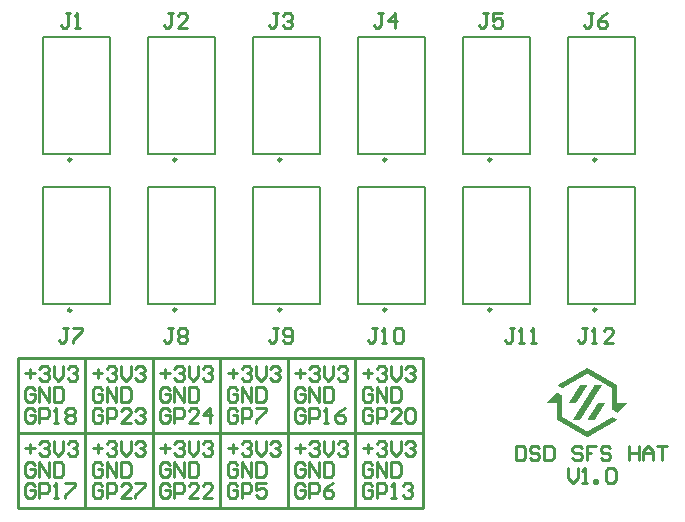
<source format=gto>
G04*
G04 #@! TF.GenerationSoftware,Altium Limited,Altium Designer,25.1.2 (22)*
G04*
G04 Layer_Color=65535*
%FSLAX44Y44*%
%MOMM*%
G71*
G04*
G04 #@! TF.SameCoordinates,64B4FDAD-AF64-4148-92BB-00BBC35E7A55*
G04*
G04*
G04 #@! TF.FilePolarity,Positive*
G04*
G01*
G75*
%ADD10C,0.2500*%
%ADD11C,0.2540*%
%ADD12C,0.2000*%
G36*
X552069Y161004D02*
X551974D01*
Y160909D01*
X551879D01*
Y160718D01*
X551783D01*
Y160528D01*
X551688D01*
Y160433D01*
X551593D01*
Y160242D01*
X551497D01*
Y160147D01*
X551402D01*
Y159957D01*
X551307D01*
Y159861D01*
X551212D01*
Y159671D01*
X551116D01*
Y159480D01*
X551021D01*
Y159385D01*
X550926D01*
Y159194D01*
X550831D01*
Y159099D01*
X550736D01*
Y158909D01*
X550640D01*
Y158718D01*
X550545D01*
Y158623D01*
X550450D01*
Y158433D01*
X550354D01*
Y158337D01*
X550259D01*
Y158147D01*
X550164D01*
Y157956D01*
X550069D01*
Y157861D01*
X549973D01*
Y157670D01*
X549878D01*
Y157575D01*
X549783D01*
Y157385D01*
X549688D01*
Y157289D01*
X549593D01*
Y157099D01*
X549497D01*
Y156909D01*
X549402D01*
Y156813D01*
X549307D01*
Y156623D01*
X549212D01*
Y156528D01*
X549116D01*
Y156337D01*
X549021D01*
Y156146D01*
X548926D01*
Y156051D01*
X548830D01*
Y155861D01*
X548735D01*
Y155765D01*
X548640D01*
Y155575D01*
X548545D01*
Y155385D01*
X548450D01*
Y155289D01*
X548354D01*
Y155099D01*
X548259D01*
Y155003D01*
X548164D01*
Y154813D01*
X548069D01*
Y154718D01*
X547973D01*
Y154527D01*
X547878D01*
Y154337D01*
X547783D01*
Y154242D01*
X547687D01*
Y154051D01*
X547592D01*
Y153956D01*
X547497D01*
Y153765D01*
X547402D01*
Y153575D01*
X547307D01*
Y153479D01*
X547211D01*
Y153289D01*
X547116D01*
Y153194D01*
X547021D01*
Y153003D01*
X546926D01*
Y152813D01*
X546830D01*
Y152718D01*
X546735D01*
Y152527D01*
X546640D01*
Y152432D01*
X546544D01*
Y152241D01*
X546449D01*
Y152146D01*
X546354D01*
Y151955D01*
X546259D01*
Y151765D01*
X546163D01*
Y151670D01*
X546068D01*
Y151479D01*
X545973D01*
Y151384D01*
X545878D01*
Y151194D01*
X545783D01*
Y151003D01*
X545687D01*
Y150908D01*
X545592D01*
Y150717D01*
X545497D01*
Y150622D01*
X545401D01*
Y150431D01*
X545306D01*
Y150336D01*
X545211D01*
Y150146D01*
X545116D01*
Y149955D01*
X545020D01*
Y149860D01*
X544925D01*
Y149670D01*
X544830D01*
Y149574D01*
X544735D01*
Y149384D01*
X544640D01*
Y149193D01*
X544544D01*
Y149098D01*
X544449D01*
Y148907D01*
X544354D01*
Y148812D01*
X544258D01*
Y148622D01*
X544163D01*
Y148431D01*
X544068D01*
Y148336D01*
X543973D01*
Y148146D01*
X543877D01*
Y148050D01*
X543782D01*
Y147860D01*
X543687D01*
Y147765D01*
X543592D01*
Y147574D01*
X543497D01*
Y147383D01*
X543401D01*
Y147288D01*
X543306D01*
Y147098D01*
X543211D01*
Y147002D01*
X543116D01*
Y146812D01*
X543020D01*
Y146622D01*
X542925D01*
Y146526D01*
X542830D01*
Y146431D01*
X542734D01*
Y146336D01*
X536638D01*
Y146526D01*
X536734D01*
Y146717D01*
X536829D01*
Y146812D01*
X536924D01*
Y147002D01*
X537020D01*
Y147193D01*
X537115D01*
Y147288D01*
X537210D01*
Y147479D01*
X537305D01*
Y147574D01*
X537401D01*
Y147765D01*
X537496D01*
Y147860D01*
X537591D01*
Y148050D01*
X537686D01*
Y148241D01*
X537781D01*
Y148336D01*
X537877D01*
Y148526D01*
X537972D01*
Y148622D01*
X538067D01*
Y148812D01*
X538162D01*
Y149003D01*
X538258D01*
Y149098D01*
X538353D01*
Y149289D01*
X538448D01*
Y149384D01*
X538544D01*
Y149574D01*
X538639D01*
Y149670D01*
X538734D01*
Y149860D01*
X538829D01*
Y150050D01*
X538924D01*
Y150146D01*
X539020D01*
Y150336D01*
X539115D01*
Y150431D01*
X539210D01*
Y150622D01*
X539305D01*
Y150813D01*
X539401D01*
Y150908D01*
X539496D01*
Y151098D01*
X539591D01*
Y151194D01*
X539687D01*
Y151384D01*
X539782D01*
Y151574D01*
X539877D01*
Y151670D01*
X539972D01*
Y151860D01*
X540067D01*
Y151955D01*
X540163D01*
Y152146D01*
X540258D01*
Y152241D01*
X540353D01*
Y152432D01*
X540448D01*
Y152622D01*
X540544D01*
Y152718D01*
X540639D01*
Y152908D01*
X540734D01*
Y153003D01*
X540830D01*
Y153194D01*
X540925D01*
Y153384D01*
X541020D01*
Y153479D01*
X541115D01*
Y153670D01*
X541211D01*
Y153765D01*
X541306D01*
Y153956D01*
X541401D01*
Y154146D01*
X541496D01*
Y154242D01*
X541591D01*
Y154432D01*
X541687D01*
Y154527D01*
X541782D01*
Y154718D01*
X541877D01*
Y154813D01*
X541973D01*
Y155003D01*
X542068D01*
Y155194D01*
X542163D01*
Y155289D01*
X542258D01*
Y155480D01*
X542354D01*
Y155575D01*
X542449D01*
Y155765D01*
X542544D01*
Y155956D01*
X542639D01*
Y156051D01*
X542734D01*
Y156242D01*
X542830D01*
Y156337D01*
X542925D01*
Y156528D01*
X543020D01*
Y156623D01*
X543116D01*
Y156813D01*
X543211D01*
Y157004D01*
X543306D01*
Y157099D01*
X543401D01*
Y157289D01*
X543497D01*
Y157385D01*
X543592D01*
Y157575D01*
X543687D01*
Y157766D01*
X543782D01*
Y157861D01*
X543877D01*
Y158052D01*
X543973D01*
Y158147D01*
X544068D01*
Y158337D01*
X544163D01*
Y158528D01*
X544258D01*
Y158623D01*
X544354D01*
Y158813D01*
X544449D01*
Y158909D01*
X544544D01*
Y159099D01*
X544640D01*
Y159194D01*
X544735D01*
Y159385D01*
X544830D01*
Y159576D01*
X544925D01*
Y159671D01*
X545020D01*
Y159861D01*
X545116D01*
Y159957D01*
X545211D01*
Y160147D01*
X545306D01*
Y160338D01*
X545401D01*
Y160433D01*
X545497D01*
Y160623D01*
X545592D01*
Y160718D01*
X545687D01*
Y160909D01*
X545783D01*
Y161099D01*
X552069D01*
Y161004D01*
D02*
G37*
G36*
X552164Y175673D02*
X552355D01*
Y175578D01*
X552450D01*
Y175482D01*
X552640D01*
Y175387D01*
X552831D01*
Y175292D01*
X552926D01*
Y175196D01*
X553117D01*
Y175101D01*
X553307D01*
Y175006D01*
X553498D01*
Y174911D01*
X553593D01*
Y174816D01*
X553783D01*
Y174720D01*
X553974D01*
Y174625D01*
X554165D01*
Y174530D01*
X554260D01*
Y174435D01*
X554450D01*
Y174339D01*
X554641D01*
Y174244D01*
X554831D01*
Y174149D01*
X554926D01*
Y174053D01*
X555117D01*
Y173958D01*
X555308D01*
Y173863D01*
X555403D01*
Y173768D01*
X555593D01*
Y173673D01*
X555784D01*
Y173577D01*
X555974D01*
Y173482D01*
X556069D01*
Y173387D01*
X556260D01*
Y173291D01*
X556451D01*
Y173196D01*
X556641D01*
Y173101D01*
X556736D01*
Y173006D01*
X556927D01*
Y172910D01*
X557117D01*
Y172815D01*
X557308D01*
Y172720D01*
X557403D01*
Y172625D01*
X557593D01*
Y172530D01*
X557784D01*
Y172434D01*
X557879D01*
Y172339D01*
X558070D01*
Y172244D01*
X558260D01*
Y172148D01*
X558451D01*
Y172053D01*
X558546D01*
Y171958D01*
X558736D01*
Y171863D01*
X558927D01*
Y171768D01*
X559118D01*
Y171672D01*
X559213D01*
Y171577D01*
X559403D01*
Y171482D01*
X559594D01*
Y171387D01*
X559689D01*
Y171291D01*
X559879D01*
Y171196D01*
X560070D01*
Y171101D01*
X560261D01*
Y171005D01*
X560356D01*
Y170910D01*
X560546D01*
Y170815D01*
X560737D01*
Y170720D01*
X560927D01*
Y170625D01*
X561022D01*
Y170529D01*
X561213D01*
Y170434D01*
X561404D01*
Y170339D01*
X561594D01*
Y170243D01*
X561689D01*
Y170148D01*
X561880D01*
Y170053D01*
X562070D01*
Y169958D01*
X562165D01*
Y169862D01*
X562356D01*
Y169767D01*
X562547D01*
Y169672D01*
X562737D01*
Y169577D01*
X562832D01*
Y169482D01*
X563023D01*
Y169386D01*
X563213D01*
Y169291D01*
X563404D01*
Y169196D01*
X563499D01*
Y169100D01*
X563689D01*
Y169005D01*
X563880D01*
Y168910D01*
X564071D01*
Y168815D01*
X564166D01*
Y168720D01*
X564356D01*
Y168624D01*
X564547D01*
Y168529D01*
X564642D01*
Y168434D01*
X564832D01*
Y168339D01*
X565023D01*
Y168243D01*
X565214D01*
Y168148D01*
X565309D01*
Y168053D01*
X565499D01*
Y167957D01*
X565690D01*
Y167862D01*
X565880D01*
Y167767D01*
X565975D01*
Y167672D01*
X566166D01*
Y167577D01*
X566357D01*
Y167481D01*
X566547D01*
Y167386D01*
X566642D01*
Y167291D01*
X566833D01*
Y167195D01*
X567023D01*
Y167100D01*
X567118D01*
Y167005D01*
X567309D01*
Y166910D01*
X567500D01*
Y166814D01*
X567690D01*
Y166719D01*
X567785D01*
Y166624D01*
X567976D01*
Y166529D01*
X568166D01*
Y166434D01*
X568357D01*
Y166338D01*
X568452D01*
Y166243D01*
X568643D01*
Y166148D01*
X568833D01*
Y166052D01*
X568928D01*
Y165957D01*
X569119D01*
Y165862D01*
X569309D01*
Y165767D01*
X569500D01*
Y165672D01*
X569595D01*
Y165576D01*
X569785D01*
Y165481D01*
X569976D01*
Y165386D01*
X570167D01*
Y165291D01*
X570262D01*
Y165195D01*
X570452D01*
Y165100D01*
X570643D01*
Y165005D01*
X570833D01*
Y164909D01*
X570928D01*
Y164814D01*
X571119D01*
Y164719D01*
X571310D01*
Y164624D01*
X571405D01*
Y164529D01*
X571595D01*
Y164433D01*
X571786D01*
Y164338D01*
X571976D01*
Y164243D01*
X572071D01*
Y164147D01*
X572262D01*
Y164052D01*
X572453D01*
Y163957D01*
X572643D01*
Y163862D01*
X572738D01*
Y163766D01*
X572929D01*
Y163671D01*
X573119D01*
Y163576D01*
X573310D01*
Y163481D01*
X573405D01*
Y163386D01*
X573596D01*
Y163290D01*
X573786D01*
Y163195D01*
X573881D01*
Y163100D01*
X574072D01*
Y163004D01*
X574262D01*
Y162909D01*
X574453D01*
Y162814D01*
X574548D01*
Y162719D01*
X574739D01*
Y162624D01*
X574929D01*
Y162528D01*
X575120D01*
Y162433D01*
X575215D01*
Y162338D01*
X575405D01*
Y162243D01*
X575596D01*
Y162147D01*
X575691D01*
Y162052D01*
X575882D01*
Y161957D01*
X576072D01*
Y161861D01*
X576263D01*
Y161766D01*
X576358D01*
Y161671D01*
X576548D01*
Y161576D01*
X576739D01*
Y161481D01*
X576929D01*
Y161385D01*
X577024D01*
Y161290D01*
X577215D01*
Y161195D01*
X577406D01*
Y161099D01*
X577501D01*
Y146431D01*
X585883D01*
Y146241D01*
X585788D01*
Y146145D01*
X585692D01*
Y146050D01*
X585597D01*
Y145955D01*
X585502D01*
Y145859D01*
X585406D01*
Y145764D01*
X585311D01*
Y145669D01*
X585216D01*
Y145574D01*
X585121D01*
Y145478D01*
X585025D01*
Y145383D01*
X584930D01*
Y145288D01*
X584835D01*
Y145193D01*
X584740D01*
Y145098D01*
X584645D01*
Y145002D01*
X584549D01*
Y144907D01*
X584454D01*
Y144812D01*
X584359D01*
Y144717D01*
X584263D01*
Y144621D01*
X584168D01*
Y144526D01*
X584073D01*
Y144431D01*
X583978D01*
Y144335D01*
X583882D01*
Y144240D01*
X583787D01*
Y144145D01*
X583692D01*
Y144050D01*
X583597D01*
Y143954D01*
X583502D01*
Y143859D01*
X583406D01*
Y143764D01*
X583311D01*
Y143669D01*
X583216D01*
Y143574D01*
X583120D01*
Y143478D01*
X583025D01*
Y143383D01*
X582930D01*
Y143288D01*
X582835D01*
Y143193D01*
X582739D01*
Y143097D01*
X582644D01*
Y143002D01*
X582549D01*
Y142907D01*
X582454D01*
Y142811D01*
X582359D01*
Y142716D01*
X582263D01*
Y142621D01*
X582168D01*
Y142526D01*
X582073D01*
Y142430D01*
X581978D01*
Y142335D01*
X581882D01*
Y142240D01*
X581787D01*
Y142145D01*
X581692D01*
Y142050D01*
X581596D01*
Y141954D01*
X581501D01*
Y141859D01*
X581406D01*
Y141764D01*
X581311D01*
Y141669D01*
X581216D01*
Y141573D01*
X581120D01*
Y141478D01*
X581025D01*
Y141383D01*
X580930D01*
Y141287D01*
X580835D01*
Y141192D01*
X580739D01*
Y141097D01*
X580644D01*
Y141002D01*
X580549D01*
Y140906D01*
X580453D01*
Y140811D01*
X580358D01*
Y140716D01*
X580263D01*
Y140621D01*
X580168D01*
Y140526D01*
X580073D01*
Y140430D01*
X579977D01*
Y140335D01*
X579882D01*
Y140240D01*
X579787D01*
Y140145D01*
X579692D01*
Y140049D01*
X579596D01*
Y139954D01*
X579501D01*
Y139859D01*
X579406D01*
Y139763D01*
X579310D01*
Y139668D01*
X579215D01*
Y139573D01*
X579120D01*
Y139478D01*
X579025D01*
Y139382D01*
X578929D01*
Y139287D01*
X578834D01*
Y139192D01*
X578739D01*
Y139097D01*
X578644D01*
Y139002D01*
X578549D01*
Y138906D01*
X578453D01*
Y138811D01*
X578358D01*
Y138716D01*
X578263D01*
Y138621D01*
X578167D01*
Y138525D01*
X578072D01*
Y138430D01*
X577977D01*
Y138335D01*
X577882D01*
Y138239D01*
X577786D01*
Y138144D01*
X577691D01*
Y138049D01*
X577596D01*
Y137954D01*
X577310D01*
Y138049D01*
X577120D01*
Y138144D01*
X576929D01*
Y138239D01*
X576834D01*
Y138335D01*
X576643D01*
Y138430D01*
X576453D01*
Y138525D01*
X576263D01*
Y138621D01*
X576167D01*
Y138716D01*
X575977D01*
Y138811D01*
X575786D01*
Y138906D01*
X575596D01*
Y139002D01*
X575500D01*
Y139097D01*
X575310D01*
Y139192D01*
X575120D01*
Y139287D01*
X575024D01*
Y139382D01*
X574834D01*
Y139478D01*
X574643D01*
Y139573D01*
X574453D01*
Y139668D01*
X574357D01*
Y139763D01*
X574167D01*
Y139859D01*
X573977D01*
Y139954D01*
X573786D01*
Y140049D01*
X573691D01*
Y140145D01*
X573500D01*
Y140240D01*
X573310D01*
Y140335D01*
X573214D01*
Y158623D01*
X573119D01*
Y158718D01*
X572929D01*
Y158813D01*
X572834D01*
Y158909D01*
X572643D01*
Y159004D01*
X572453D01*
Y159099D01*
X572262D01*
Y159194D01*
X572167D01*
Y159290D01*
X571976D01*
Y159385D01*
X571786D01*
Y159480D01*
X571595D01*
Y159576D01*
X571500D01*
Y159671D01*
X571310D01*
Y159766D01*
X571119D01*
Y159861D01*
X570928D01*
Y159957D01*
X570833D01*
Y160052D01*
X570643D01*
Y160147D01*
X570452D01*
Y160242D01*
X570357D01*
Y160338D01*
X570167D01*
Y160433D01*
X569976D01*
Y160528D01*
X569785D01*
Y160623D01*
X569690D01*
Y160718D01*
X569500D01*
Y160814D01*
X569309D01*
Y160909D01*
X569119D01*
Y161004D01*
X569024D01*
Y161099D01*
X568833D01*
Y161195D01*
X568643D01*
Y161290D01*
X568452D01*
Y161385D01*
X568357D01*
Y161481D01*
X568166D01*
Y161576D01*
X567976D01*
Y161671D01*
X567881D01*
Y161766D01*
X567690D01*
Y161861D01*
X567500D01*
Y161957D01*
X567309D01*
Y162052D01*
X567214D01*
Y162147D01*
X567023D01*
Y162243D01*
X566833D01*
Y162338D01*
X566642D01*
Y162433D01*
X566547D01*
Y162528D01*
X566357D01*
Y162624D01*
X566166D01*
Y162719D01*
X565975D01*
Y162814D01*
X565880D01*
Y162909D01*
X565690D01*
Y163004D01*
X565499D01*
Y163100D01*
X565404D01*
Y163195D01*
X565214D01*
Y163290D01*
X565023D01*
Y163386D01*
X564832D01*
Y163481D01*
X564737D01*
Y163576D01*
X564547D01*
Y163671D01*
X564356D01*
Y163766D01*
X564166D01*
Y163862D01*
X564071D01*
Y163957D01*
X563880D01*
Y164052D01*
X563689D01*
Y164147D01*
X563594D01*
Y164243D01*
X563404D01*
Y164338D01*
X563213D01*
Y164433D01*
X563023D01*
Y164529D01*
X562928D01*
Y164624D01*
X562737D01*
Y164719D01*
X562547D01*
Y164814D01*
X562356D01*
Y164909D01*
X562261D01*
Y165005D01*
X562070D01*
Y165100D01*
X561880D01*
Y165195D01*
X561689D01*
Y165291D01*
X561594D01*
Y165386D01*
X561404D01*
Y165481D01*
X561213D01*
Y165576D01*
X561118D01*
Y165672D01*
X560927D01*
Y165767D01*
X560737D01*
Y165862D01*
X560546D01*
Y165957D01*
X560451D01*
Y166052D01*
X560261D01*
Y166148D01*
X560070D01*
Y166243D01*
X559879D01*
Y166338D01*
X559784D01*
Y166434D01*
X559594D01*
Y166529D01*
X559403D01*
Y166624D01*
X559213D01*
Y166719D01*
X559118D01*
Y166814D01*
X558927D01*
Y166910D01*
X558736D01*
Y167005D01*
X558641D01*
Y167100D01*
X558451D01*
Y167195D01*
X558260D01*
Y167291D01*
X558070D01*
Y167386D01*
X557975D01*
Y167481D01*
X557784D01*
Y167577D01*
X557593D01*
Y167672D01*
X557403D01*
Y167767D01*
X557308D01*
Y167862D01*
X557117D01*
Y167957D01*
X556927D01*
Y168053D01*
X556832D01*
Y168148D01*
X556641D01*
Y168243D01*
X556451D01*
Y168339D01*
X556260D01*
Y168434D01*
X556165D01*
Y168529D01*
X555974D01*
Y168624D01*
X555784D01*
Y168720D01*
X555593D01*
Y168815D01*
X555498D01*
Y168910D01*
X555308D01*
Y169005D01*
X555117D01*
Y169100D01*
X554926D01*
Y169196D01*
X554831D01*
Y169291D01*
X554641D01*
Y169386D01*
X554450D01*
Y169482D01*
X554355D01*
Y169577D01*
X554165D01*
Y169672D01*
X553974D01*
Y169767D01*
X553783D01*
Y169862D01*
X553688D01*
Y169958D01*
X553498D01*
Y170053D01*
X553307D01*
Y170148D01*
X553117D01*
Y170243D01*
X553022D01*
Y170339D01*
X552831D01*
Y170434D01*
X552640D01*
Y170529D01*
X552450D01*
Y170625D01*
X552355D01*
Y170720D01*
X552164D01*
Y170815D01*
X551879D01*
Y170720D01*
X551688D01*
Y170625D01*
X551593D01*
Y170529D01*
X551402D01*
Y170434D01*
X551212D01*
Y170339D01*
X551116D01*
Y170243D01*
X550926D01*
Y170148D01*
X550736D01*
Y170053D01*
X550545D01*
Y169958D01*
X550450D01*
Y169862D01*
X550259D01*
Y169767D01*
X550069D01*
Y169672D01*
X549878D01*
Y169577D01*
X549783D01*
Y169482D01*
X549593D01*
Y169386D01*
X549402D01*
Y169291D01*
X549307D01*
Y169196D01*
X549116D01*
Y169100D01*
X548926D01*
Y169005D01*
X548735D01*
Y168910D01*
X548640D01*
Y168815D01*
X548450D01*
Y168720D01*
X548259D01*
Y168624D01*
X548069D01*
Y168529D01*
X547973D01*
Y168434D01*
X547783D01*
Y168339D01*
X547592D01*
Y168243D01*
X547402D01*
Y168148D01*
X547307D01*
Y168053D01*
X547116D01*
Y167957D01*
X546926D01*
Y167862D01*
X546830D01*
Y167767D01*
X546640D01*
Y167672D01*
X546449D01*
Y167577D01*
X546259D01*
Y167481D01*
X546163D01*
Y167386D01*
X545973D01*
Y167291D01*
X545783D01*
Y167195D01*
X545592D01*
Y167100D01*
X545497D01*
Y167005D01*
X545306D01*
Y166910D01*
X545116D01*
Y166814D01*
X545020D01*
Y166719D01*
X544830D01*
Y166624D01*
X544640D01*
Y166529D01*
X544449D01*
Y166434D01*
X544354D01*
Y166338D01*
X544163D01*
Y166243D01*
X543973D01*
Y166148D01*
X543782D01*
Y166052D01*
X543687D01*
Y165957D01*
X543497D01*
Y165862D01*
X543306D01*
Y165767D01*
X543116D01*
Y165672D01*
X543020D01*
Y165576D01*
X542830D01*
Y165481D01*
X542639D01*
Y165386D01*
X542544D01*
Y165291D01*
X542354D01*
Y165195D01*
X542163D01*
Y165100D01*
X541973D01*
Y165005D01*
X541877D01*
Y164909D01*
X541687D01*
Y164814D01*
X541496D01*
Y164719D01*
X541306D01*
Y164624D01*
X541211D01*
Y164529D01*
X541020D01*
Y164433D01*
X540830D01*
Y164338D01*
X540639D01*
Y164243D01*
X540544D01*
Y164147D01*
X540353D01*
Y164052D01*
X540163D01*
Y163957D01*
X540067D01*
Y163862D01*
X539877D01*
Y163766D01*
X539687D01*
Y163671D01*
X539496D01*
Y163576D01*
X539401D01*
Y163481D01*
X539210D01*
Y163386D01*
X539020D01*
Y163290D01*
X538829D01*
Y163195D01*
X538734D01*
Y163100D01*
X538544D01*
Y163004D01*
X538353D01*
Y162909D01*
X538258D01*
Y162814D01*
X538067D01*
Y162719D01*
X537877D01*
Y162624D01*
X537686D01*
Y162528D01*
X537591D01*
Y162433D01*
X537401D01*
Y162338D01*
X537210D01*
Y162243D01*
X537020D01*
Y162147D01*
X536924D01*
Y162052D01*
X536734D01*
Y161957D01*
X536543D01*
Y161861D01*
X536353D01*
Y161766D01*
X536258D01*
Y161671D01*
X536067D01*
Y161576D01*
X535877D01*
Y161481D01*
X535781D01*
Y161385D01*
X535591D01*
Y161290D01*
X535400D01*
Y161195D01*
X535210D01*
Y161099D01*
X535115D01*
Y161004D01*
X534924D01*
Y160909D01*
X534734D01*
Y160814D01*
X534543D01*
Y160718D01*
X534448D01*
Y160623D01*
X534257D01*
Y160528D01*
X534067D01*
Y160433D01*
X533971D01*
Y160338D01*
X533781D01*
Y160242D01*
X533591D01*
Y160147D01*
X533400D01*
Y160052D01*
X533305D01*
Y159957D01*
X533114D01*
Y159861D01*
X532924D01*
Y159766D01*
X532733D01*
Y159671D01*
X532638D01*
Y159576D01*
X532448D01*
Y159480D01*
X532257D01*
Y159385D01*
X532066D01*
Y159290D01*
X531971D01*
Y159194D01*
X531781D01*
Y159099D01*
X531590D01*
Y159004D01*
X531495D01*
Y158909D01*
X531305D01*
Y158813D01*
X531114D01*
Y158718D01*
X530924D01*
Y158623D01*
X530733D01*
Y158718D01*
X530542D01*
Y158813D01*
X530447D01*
Y158909D01*
X530257D01*
Y159004D01*
X530066D01*
Y159099D01*
X529876D01*
Y159194D01*
X529781D01*
Y159290D01*
X529590D01*
Y159385D01*
X529399D01*
Y159480D01*
X529304D01*
Y159576D01*
X529114D01*
Y159671D01*
X528923D01*
Y159766D01*
X528733D01*
Y159861D01*
X528638D01*
Y159957D01*
X528447D01*
Y160052D01*
X528256D01*
Y160147D01*
X528066D01*
Y160242D01*
X527971D01*
Y160338D01*
X527780D01*
Y160433D01*
X527590D01*
Y160528D01*
X527495D01*
Y160623D01*
X527304D01*
Y160718D01*
X527113D01*
Y160814D01*
X526923D01*
Y160909D01*
X526828D01*
Y161004D01*
X526637D01*
Y161195D01*
X526828D01*
Y161290D01*
X527018D01*
Y161385D01*
X527209D01*
Y161481D01*
X527304D01*
Y161576D01*
X527495D01*
Y161671D01*
X527685D01*
Y161766D01*
X527876D01*
Y161861D01*
X527971D01*
Y161957D01*
X528161D01*
Y162052D01*
X528352D01*
Y162147D01*
X528542D01*
Y162243D01*
X528638D01*
Y162338D01*
X528828D01*
Y162433D01*
X529019D01*
Y162528D01*
X529114D01*
Y162624D01*
X529304D01*
Y162719D01*
X529495D01*
Y162814D01*
X529685D01*
Y162909D01*
X529781D01*
Y163004D01*
X529971D01*
Y163100D01*
X530162D01*
Y163195D01*
X530352D01*
Y163290D01*
X530447D01*
Y163386D01*
X530638D01*
Y163481D01*
X530828D01*
Y163576D01*
X531019D01*
Y163671D01*
X531114D01*
Y163766D01*
X531305D01*
Y163862D01*
X531495D01*
Y163957D01*
X531590D01*
Y164052D01*
X531781D01*
Y164147D01*
X531971D01*
Y164243D01*
X532162D01*
Y164338D01*
X532257D01*
Y164433D01*
X532448D01*
Y164529D01*
X532638D01*
Y164624D01*
X532828D01*
Y164719D01*
X532924D01*
Y164814D01*
X533114D01*
Y164909D01*
X533305D01*
Y165005D01*
X533400D01*
Y165100D01*
X533591D01*
Y165195D01*
X533781D01*
Y165291D01*
X533971D01*
Y165386D01*
X534067D01*
Y165481D01*
X534257D01*
Y165576D01*
X534448D01*
Y165672D01*
X534638D01*
Y165767D01*
X534734D01*
Y165862D01*
X534924D01*
Y165957D01*
X535115D01*
Y166052D01*
X535305D01*
Y166148D01*
X535400D01*
Y166243D01*
X535591D01*
Y166338D01*
X535781D01*
Y166434D01*
X535877D01*
Y166529D01*
X536067D01*
Y166624D01*
X536258D01*
Y166719D01*
X536448D01*
Y166814D01*
X536543D01*
Y166910D01*
X536734D01*
Y167005D01*
X536924D01*
Y167100D01*
X537115D01*
Y167195D01*
X537210D01*
Y167291D01*
X537401D01*
Y167386D01*
X537591D01*
Y167481D01*
X537781D01*
Y167577D01*
X537877D01*
Y167672D01*
X538067D01*
Y167767D01*
X538258D01*
Y167862D01*
X538353D01*
Y167957D01*
X538544D01*
Y168053D01*
X538734D01*
Y168148D01*
X538924D01*
Y168243D01*
X539020D01*
Y168339D01*
X539210D01*
Y168434D01*
X539401D01*
Y168529D01*
X539591D01*
Y168624D01*
X539687D01*
Y168720D01*
X539877D01*
Y168815D01*
X540067D01*
Y168910D01*
X540163D01*
Y169005D01*
X540353D01*
Y169100D01*
X540544D01*
Y169196D01*
X540734D01*
Y169291D01*
X540830D01*
Y169386D01*
X541020D01*
Y169482D01*
X541211D01*
Y169577D01*
X541401D01*
Y169672D01*
X541496D01*
Y169767D01*
X541687D01*
Y169862D01*
X541877D01*
Y169958D01*
X542068D01*
Y170053D01*
X542163D01*
Y170148D01*
X542354D01*
Y170243D01*
X542544D01*
Y170339D01*
X542639D01*
Y170434D01*
X542830D01*
Y170529D01*
X543020D01*
Y170625D01*
X543211D01*
Y170720D01*
X543306D01*
Y170815D01*
X543497D01*
Y170910D01*
X543687D01*
Y171005D01*
X543877D01*
Y171101D01*
X543973D01*
Y171196D01*
X544163D01*
Y171291D01*
X544354D01*
Y171387D01*
X544544D01*
Y171482D01*
X544640D01*
Y171577D01*
X544830D01*
Y171672D01*
X545020D01*
Y171768D01*
X545116D01*
Y171863D01*
X545306D01*
Y171958D01*
X545497D01*
Y172053D01*
X545687D01*
Y172148D01*
X545783D01*
Y172244D01*
X545973D01*
Y172339D01*
X546163D01*
Y172434D01*
X546354D01*
Y172530D01*
X546449D01*
Y172625D01*
X546640D01*
Y172720D01*
X546830D01*
Y172815D01*
X546926D01*
Y172910D01*
X547116D01*
Y173006D01*
X547307D01*
Y173101D01*
X547497D01*
Y173196D01*
X547592D01*
Y173291D01*
X547783D01*
Y173387D01*
X547973D01*
Y173482D01*
X548164D01*
Y173577D01*
X548259D01*
Y173673D01*
X548450D01*
Y173768D01*
X548640D01*
Y173863D01*
X548830D01*
Y173958D01*
X548926D01*
Y174053D01*
X549116D01*
Y174149D01*
X549307D01*
Y174244D01*
X549402D01*
Y174339D01*
X549593D01*
Y174435D01*
X549783D01*
Y174530D01*
X549973D01*
Y174625D01*
X550069D01*
Y174720D01*
X550259D01*
Y174816D01*
X550450D01*
Y174911D01*
X550640D01*
Y175006D01*
X550736D01*
Y175101D01*
X550926D01*
Y175196D01*
X551116D01*
Y175292D01*
X551212D01*
Y175387D01*
X551402D01*
Y175482D01*
X551593D01*
Y175578D01*
X551783D01*
Y175673D01*
X551879D01*
Y175768D01*
X552164D01*
Y175673D01*
D02*
G37*
G36*
X567404Y146241D02*
X567309D01*
Y146050D01*
X567214D01*
Y145955D01*
X567118D01*
Y145764D01*
X567023D01*
Y145574D01*
X566928D01*
Y145478D01*
X566833D01*
Y145288D01*
X566738D01*
Y145193D01*
X566642D01*
Y145002D01*
X566547D01*
Y144907D01*
X566452D01*
Y144717D01*
X566357D01*
Y144526D01*
X566261D01*
Y144431D01*
X566166D01*
Y144240D01*
X566071D01*
Y144145D01*
X565975D01*
Y143954D01*
X565880D01*
Y143764D01*
X565785D01*
Y143669D01*
X565690D01*
Y143478D01*
X565594D01*
Y143383D01*
X565499D01*
Y143193D01*
X565404D01*
Y143097D01*
X565309D01*
Y142907D01*
X565214D01*
Y142716D01*
X565118D01*
Y142621D01*
X565023D01*
Y142430D01*
X564928D01*
Y142335D01*
X564832D01*
Y142145D01*
X564737D01*
Y141954D01*
X564642D01*
Y141859D01*
X564547D01*
Y141669D01*
X564451D01*
Y141573D01*
X564356D01*
Y141383D01*
X564261D01*
Y141192D01*
X564166D01*
Y141097D01*
X564071D01*
Y140906D01*
X563975D01*
Y140811D01*
X563880D01*
Y140621D01*
X563785D01*
Y140526D01*
X563689D01*
Y140335D01*
X563594D01*
Y140145D01*
X563499D01*
Y140049D01*
X563404D01*
Y139859D01*
X563308D01*
Y139763D01*
X563213D01*
Y139573D01*
X563118D01*
Y139382D01*
X563023D01*
Y139287D01*
X562928D01*
Y139097D01*
X562832D01*
Y139002D01*
X562737D01*
Y138811D01*
X562642D01*
Y138621D01*
X562547D01*
Y138525D01*
X562451D01*
Y138335D01*
X562356D01*
Y138239D01*
X562261D01*
Y138049D01*
X562165D01*
Y137954D01*
X562070D01*
Y137763D01*
X561975D01*
Y137573D01*
X561880D01*
Y137478D01*
X561785D01*
Y137287D01*
X561689D01*
Y137192D01*
X561594D01*
Y137001D01*
X561499D01*
Y136811D01*
X561404D01*
Y136715D01*
X561308D01*
Y136525D01*
X561213D01*
Y136430D01*
X561118D01*
Y136239D01*
X561022D01*
Y136049D01*
X560927D01*
Y135954D01*
X560832D01*
Y135763D01*
X560737D01*
Y135668D01*
X560642D01*
Y135477D01*
X560546D01*
Y135382D01*
X560451D01*
Y135191D01*
X560356D01*
Y135001D01*
X560261D01*
Y134906D01*
X560165D01*
Y134715D01*
X560070D01*
Y134620D01*
X559975D01*
Y134430D01*
X559879D01*
Y134239D01*
X559784D01*
Y134144D01*
X559689D01*
Y133953D01*
X559594D01*
Y133858D01*
X559498D01*
Y133667D01*
X559403D01*
Y133477D01*
X559308D01*
Y133382D01*
X559213D01*
Y133191D01*
X559118D01*
Y133096D01*
X559022D01*
Y132906D01*
X558927D01*
Y132810D01*
X558832D01*
Y132620D01*
X558736D01*
Y132429D01*
X558641D01*
Y132334D01*
X558546D01*
Y132143D01*
X558451D01*
Y132048D01*
X558355D01*
Y131858D01*
X558260D01*
Y131763D01*
X558165D01*
Y131667D01*
X552069D01*
Y131858D01*
X552164D01*
Y132048D01*
X552259D01*
Y132239D01*
X552355D01*
Y132334D01*
X552450D01*
Y132524D01*
X552545D01*
Y132620D01*
X552640D01*
Y132810D01*
X552736D01*
Y133001D01*
X552831D01*
Y133096D01*
X552926D01*
Y133287D01*
X553022D01*
Y133382D01*
X553117D01*
Y133572D01*
X553212D01*
Y133667D01*
X553307D01*
Y133858D01*
X553402D01*
Y134049D01*
X553498D01*
Y134144D01*
X553593D01*
Y134334D01*
X553688D01*
Y134430D01*
X553783D01*
Y134620D01*
X553879D01*
Y134810D01*
X553974D01*
Y134906D01*
X554069D01*
Y135096D01*
X554165D01*
Y135191D01*
X554260D01*
Y135382D01*
X554355D01*
Y135573D01*
X554450D01*
Y135668D01*
X554546D01*
Y135858D01*
X554641D01*
Y135954D01*
X554736D01*
Y136144D01*
X554831D01*
Y136239D01*
X554926D01*
Y136430D01*
X555022D01*
Y136620D01*
X555117D01*
Y136715D01*
X555212D01*
Y136906D01*
X555308D01*
Y137001D01*
X555403D01*
Y137192D01*
X555498D01*
Y137382D01*
X555593D01*
Y137478D01*
X555689D01*
Y137668D01*
X555784D01*
Y137763D01*
X555879D01*
Y137954D01*
X555974D01*
Y138144D01*
X556069D01*
Y138239D01*
X556165D01*
Y138430D01*
X556260D01*
Y138525D01*
X556355D01*
Y138716D01*
X556451D01*
Y138811D01*
X556546D01*
Y139002D01*
X556641D01*
Y139192D01*
X556736D01*
Y139287D01*
X556832D01*
Y139478D01*
X556927D01*
Y139573D01*
X557022D01*
Y139763D01*
X557117D01*
Y139954D01*
X557212D01*
Y140049D01*
X557308D01*
Y140240D01*
X557403D01*
Y140335D01*
X557498D01*
Y140526D01*
X557593D01*
Y140716D01*
X557689D01*
Y140811D01*
X557784D01*
Y141002D01*
X557879D01*
Y141097D01*
X557975D01*
Y141287D01*
X558070D01*
Y141383D01*
X558165D01*
Y141573D01*
X558260D01*
Y141764D01*
X558355D01*
Y141859D01*
X558451D01*
Y142050D01*
X558546D01*
Y142145D01*
X558641D01*
Y142335D01*
X558736D01*
Y142526D01*
X558832D01*
Y142621D01*
X558927D01*
Y142811D01*
X559022D01*
Y142907D01*
X559118D01*
Y143097D01*
X559213D01*
Y143288D01*
X559308D01*
Y143383D01*
X559403D01*
Y143574D01*
X559498D01*
Y143669D01*
X559594D01*
Y143859D01*
X559689D01*
Y143954D01*
X559784D01*
Y144145D01*
X559879D01*
Y144335D01*
X559975D01*
Y144431D01*
X560070D01*
Y144621D01*
X560165D01*
Y144717D01*
X560261D01*
Y144907D01*
X560356D01*
Y145098D01*
X560451D01*
Y145193D01*
X560546D01*
Y145383D01*
X560642D01*
Y145478D01*
X560737D01*
Y145669D01*
X560832D01*
Y145859D01*
X560927D01*
Y145955D01*
X561022D01*
Y146145D01*
X561118D01*
Y146241D01*
X561213D01*
Y146431D01*
X567404D01*
Y146241D01*
D02*
G37*
G36*
X564356Y161004D02*
X564261D01*
Y160814D01*
X564166D01*
Y160623D01*
X564071D01*
Y160528D01*
X563975D01*
Y160338D01*
X563880D01*
Y160242D01*
X563785D01*
Y160052D01*
X563689D01*
Y159861D01*
X563594D01*
Y159766D01*
X563499D01*
Y159576D01*
X563404D01*
Y159480D01*
X563308D01*
Y159290D01*
X563213D01*
Y159099D01*
X563118D01*
Y159004D01*
X563023D01*
Y158813D01*
X562928D01*
Y158718D01*
X562832D01*
Y158528D01*
X562737D01*
Y158433D01*
X562642D01*
Y158242D01*
X562547D01*
Y158052D01*
X562451D01*
Y157956D01*
X562356D01*
Y157766D01*
X562261D01*
Y157670D01*
X562165D01*
Y157480D01*
X562070D01*
Y157289D01*
X561975D01*
Y157194D01*
X561880D01*
Y157004D01*
X561785D01*
Y156909D01*
X561689D01*
Y156718D01*
X561594D01*
Y156528D01*
X561499D01*
Y156432D01*
X561404D01*
Y156242D01*
X561308D01*
Y156146D01*
X561213D01*
Y155956D01*
X561118D01*
Y155861D01*
X561022D01*
Y155670D01*
X560927D01*
Y155480D01*
X560832D01*
Y155385D01*
X560737D01*
Y155194D01*
X560642D01*
Y155099D01*
X560546D01*
Y154908D01*
X560451D01*
Y154718D01*
X560356D01*
Y154622D01*
X560261D01*
Y154432D01*
X560165D01*
Y154337D01*
X560070D01*
Y154146D01*
X559975D01*
Y153956D01*
X559879D01*
Y153861D01*
X559784D01*
Y153670D01*
X559689D01*
Y153575D01*
X559594D01*
Y153384D01*
X559498D01*
Y153289D01*
X559403D01*
Y153098D01*
X559308D01*
Y152908D01*
X559213D01*
Y152813D01*
X559118D01*
Y152718D01*
Y152622D01*
X559022D01*
Y152527D01*
X558927D01*
Y152337D01*
X558832D01*
Y152146D01*
X558736D01*
Y152051D01*
X558641D01*
Y151860D01*
X558546D01*
Y151765D01*
X558451D01*
Y151574D01*
X558355D01*
Y151384D01*
X558260D01*
Y151289D01*
X558165D01*
Y151098D01*
X558070D01*
Y151003D01*
X557975D01*
Y150813D01*
X557879D01*
Y150717D01*
X557784D01*
Y150527D01*
X557689D01*
Y150336D01*
X557593D01*
Y150241D01*
X557498D01*
Y150050D01*
X557403D01*
Y149955D01*
X557308D01*
Y149765D01*
X557212D01*
Y149574D01*
X557117D01*
Y149479D01*
X557022D01*
Y149289D01*
X556927D01*
Y149193D01*
X556832D01*
Y149003D01*
X556736D01*
Y148907D01*
X556641D01*
Y148717D01*
X556546D01*
Y148526D01*
X556451D01*
Y148431D01*
X556355D01*
Y148241D01*
X556260D01*
Y148146D01*
X556165D01*
Y147955D01*
X556069D01*
Y147765D01*
X555974D01*
Y147669D01*
X555879D01*
Y147479D01*
X555784D01*
Y147383D01*
X555689D01*
Y147193D01*
X555593D01*
Y147002D01*
X555498D01*
Y146907D01*
X555403D01*
Y146717D01*
X555308D01*
Y146622D01*
X555212D01*
Y146431D01*
X555117D01*
Y146336D01*
X555022D01*
Y146145D01*
X554926D01*
Y145955D01*
X554831D01*
Y145859D01*
X554736D01*
Y145669D01*
X554641D01*
Y145574D01*
X554546D01*
Y145383D01*
X554450D01*
Y145193D01*
X554355D01*
Y145098D01*
X554260D01*
Y144907D01*
X554165D01*
Y144812D01*
X554069D01*
Y144621D01*
X553974D01*
Y144431D01*
X553879D01*
Y144335D01*
X553783D01*
Y144145D01*
X553688D01*
Y144050D01*
X553593D01*
Y143859D01*
X553498D01*
Y143764D01*
X553402D01*
Y143574D01*
X553307D01*
Y143383D01*
X553212D01*
Y143288D01*
X553117D01*
Y143097D01*
X553022D01*
Y143002D01*
X552926D01*
Y142811D01*
X552831D01*
Y142621D01*
X552736D01*
Y142526D01*
X552640D01*
Y142335D01*
X552545D01*
Y142240D01*
X552450D01*
Y142050D01*
X552355D01*
Y141859D01*
X552259D01*
Y141764D01*
X552164D01*
Y141573D01*
X552069D01*
Y141478D01*
X551974D01*
Y141287D01*
X551879D01*
Y141192D01*
X551783D01*
Y141002D01*
X551688D01*
Y140811D01*
X551593D01*
Y140716D01*
X551497D01*
Y140526D01*
X551402D01*
Y140430D01*
X551307D01*
Y140240D01*
X551212D01*
Y140049D01*
X551116D01*
Y139954D01*
X551021D01*
Y139763D01*
X550926D01*
Y139668D01*
X550831D01*
Y139478D01*
X550736D01*
Y139287D01*
X550640D01*
Y139192D01*
X550545D01*
Y139002D01*
X550450D01*
Y138906D01*
X550354D01*
Y138716D01*
X550259D01*
Y138621D01*
X550164D01*
Y138430D01*
X550069D01*
Y138239D01*
X549973D01*
Y138144D01*
X549878D01*
Y137954D01*
X549783D01*
Y137858D01*
X549688D01*
Y137668D01*
X549593D01*
Y137478D01*
X549497D01*
Y137382D01*
X549402D01*
Y137192D01*
X549307D01*
Y137097D01*
X549212D01*
Y136906D01*
X549116D01*
Y136715D01*
X549021D01*
Y136620D01*
X548926D01*
Y136430D01*
X548830D01*
Y136334D01*
X548735D01*
Y136144D01*
X548640D01*
Y136049D01*
X548545D01*
Y135858D01*
X548450D01*
Y135668D01*
X548354D01*
Y135573D01*
X548259D01*
Y135382D01*
X548164D01*
Y135287D01*
X548069D01*
Y135096D01*
X547973D01*
Y134906D01*
X547878D01*
Y134810D01*
X547783D01*
Y134620D01*
X547687D01*
Y134525D01*
X547592D01*
Y134334D01*
X547497D01*
Y134239D01*
X547402D01*
Y134049D01*
X547307D01*
Y133858D01*
X547211D01*
Y133763D01*
X547116D01*
Y133572D01*
X547021D01*
Y133477D01*
X546926D01*
Y133287D01*
X546830D01*
Y133096D01*
X546735D01*
Y133001D01*
X546640D01*
Y132810D01*
X546544D01*
Y132715D01*
X546449D01*
Y132524D01*
X546354D01*
Y132334D01*
X546259D01*
Y132239D01*
X546163D01*
Y132048D01*
X546068D01*
Y131953D01*
X545973D01*
Y131763D01*
X545878D01*
Y131667D01*
X539782D01*
Y131953D01*
X539877D01*
Y132143D01*
X539972D01*
Y132239D01*
X540067D01*
Y132429D01*
X540163D01*
Y132524D01*
X540258D01*
Y132715D01*
X540353D01*
Y132906D01*
X540448D01*
Y133001D01*
X540544D01*
Y133191D01*
X540639D01*
Y133287D01*
X540734D01*
Y133477D01*
X540830D01*
Y133572D01*
X540925D01*
Y133763D01*
X541020D01*
Y133953D01*
X541115D01*
Y134049D01*
X541211D01*
Y134239D01*
X541306D01*
Y134334D01*
X541401D01*
Y134525D01*
X541496D01*
Y134715D01*
X541591D01*
Y134810D01*
X541687D01*
Y135001D01*
X541782D01*
Y135096D01*
X541877D01*
Y135287D01*
X541973D01*
Y135477D01*
X542068D01*
Y135573D01*
X542163D01*
Y135763D01*
X542258D01*
Y135858D01*
X542354D01*
Y136049D01*
X542449D01*
Y136144D01*
X542544D01*
Y136334D01*
X542639D01*
Y136525D01*
X542734D01*
Y136620D01*
X542830D01*
Y136811D01*
X542925D01*
Y136906D01*
X543020D01*
Y137097D01*
X543116D01*
Y137287D01*
X543211D01*
Y137382D01*
X543306D01*
Y137573D01*
X543401D01*
Y137668D01*
X543497D01*
Y137858D01*
X543592D01*
Y138049D01*
X543687D01*
Y138144D01*
X543782D01*
Y138335D01*
X543877D01*
Y138430D01*
X543973D01*
Y138621D01*
X544068D01*
Y138716D01*
X544163D01*
Y138906D01*
X544258D01*
Y139097D01*
X544354D01*
Y139192D01*
X544449D01*
Y139382D01*
X544544D01*
Y139478D01*
X544640D01*
Y139668D01*
X544735D01*
Y139859D01*
X544830D01*
Y139954D01*
X544925D01*
Y140145D01*
X545020D01*
Y140240D01*
X545116D01*
Y140430D01*
X545211D01*
Y140621D01*
X545306D01*
Y140716D01*
X545401D01*
Y140906D01*
X545497D01*
Y141002D01*
X545592D01*
Y141192D01*
X545687D01*
Y141287D01*
X545783D01*
Y141478D01*
X545878D01*
Y141669D01*
X545973D01*
Y141764D01*
X546068D01*
Y141954D01*
X546163D01*
Y142050D01*
X546259D01*
Y142240D01*
X546354D01*
Y142430D01*
X546449D01*
Y142526D01*
X546544D01*
Y142716D01*
X546640D01*
Y142811D01*
X546735D01*
Y143002D01*
X546830D01*
Y143193D01*
X546926D01*
Y143288D01*
X547021D01*
Y143478D01*
X547116D01*
Y143574D01*
X547211D01*
Y143764D01*
X547307D01*
Y143859D01*
X547402D01*
Y144050D01*
X547497D01*
Y144240D01*
X547592D01*
Y144335D01*
X547687D01*
Y144526D01*
X547783D01*
Y144621D01*
X547878D01*
Y144812D01*
X547973D01*
Y145002D01*
X548069D01*
Y145098D01*
X548164D01*
Y145288D01*
X548259D01*
Y145383D01*
X548354D01*
Y145574D01*
X548450D01*
Y145669D01*
X548545D01*
Y145859D01*
X548640D01*
Y146050D01*
X548735D01*
Y146145D01*
X548830D01*
Y146336D01*
X548926D01*
Y146431D01*
X549021D01*
Y146622D01*
X549116D01*
Y146812D01*
X549212D01*
Y146907D01*
X549307D01*
Y147098D01*
X549402D01*
Y147193D01*
X549497D01*
Y147383D01*
X549593D01*
Y147574D01*
X549688D01*
Y147669D01*
X549783D01*
Y147860D01*
X549878D01*
Y147955D01*
X549973D01*
Y148146D01*
X550069D01*
Y148241D01*
X550164D01*
Y148431D01*
X550259D01*
Y148622D01*
X550354D01*
Y148717D01*
X550450D01*
Y148907D01*
X550545D01*
Y149003D01*
X550640D01*
Y149193D01*
X550736D01*
Y149384D01*
X550831D01*
Y149479D01*
X550926D01*
Y149670D01*
X551021D01*
Y149765D01*
X551116D01*
Y149955D01*
X551212D01*
Y150146D01*
X551307D01*
Y150241D01*
X551402D01*
Y150431D01*
X551497D01*
Y150527D01*
X551593D01*
Y150717D01*
X551688D01*
Y150813D01*
X551783D01*
Y151003D01*
X551879D01*
Y151194D01*
X551974D01*
Y151289D01*
X552069D01*
Y151479D01*
X552164D01*
Y151574D01*
X552259D01*
Y151765D01*
X552355D01*
Y151955D01*
X552450D01*
Y152051D01*
X552545D01*
Y152241D01*
X552640D01*
Y152337D01*
X552736D01*
Y152527D01*
X552831D01*
Y152718D01*
X552926D01*
Y152813D01*
X553022D01*
Y153003D01*
X553117D01*
Y153098D01*
X553212D01*
Y153289D01*
X553307D01*
Y153384D01*
X553402D01*
Y153575D01*
X553498D01*
Y153765D01*
X553593D01*
Y153861D01*
X553688D01*
Y154051D01*
X553783D01*
Y154146D01*
X553879D01*
Y154337D01*
X553974D01*
Y154527D01*
X554069D01*
Y154622D01*
X554165D01*
Y154813D01*
X554260D01*
Y154908D01*
X554355D01*
Y155099D01*
X554450D01*
Y155289D01*
X554546D01*
Y155385D01*
X554641D01*
Y155575D01*
X554736D01*
Y155670D01*
X554831D01*
Y155861D01*
X554926D01*
Y155956D01*
X555022D01*
Y156146D01*
X555117D01*
Y156337D01*
X555212D01*
Y156432D01*
X555308D01*
Y156623D01*
X555403D01*
Y156718D01*
X555498D01*
Y156909D01*
X555593D01*
Y157099D01*
X555689D01*
Y157194D01*
X555784D01*
Y157385D01*
X555879D01*
Y157480D01*
X555974D01*
Y157670D01*
X556069D01*
Y157766D01*
X556165D01*
Y157956D01*
X556260D01*
Y158147D01*
X556355D01*
Y158242D01*
X556451D01*
Y158433D01*
X556546D01*
Y158528D01*
X556641D01*
Y158718D01*
X556736D01*
Y158909D01*
X556832D01*
Y159004D01*
X556927D01*
Y159194D01*
X557022D01*
Y159290D01*
X557117D01*
Y159480D01*
X557212D01*
Y159671D01*
X557308D01*
Y159766D01*
X557403D01*
Y159957D01*
X557498D01*
Y160052D01*
X557593D01*
Y160242D01*
X557689D01*
Y160338D01*
X557784D01*
Y160528D01*
X557879D01*
Y160718D01*
X557975D01*
Y160814D01*
X558070D01*
Y161004D01*
X558165D01*
Y161099D01*
X564356D01*
Y161004D01*
D02*
G37*
G36*
X526732Y154813D02*
X526828D01*
Y154718D01*
X527018D01*
Y154622D01*
X527209D01*
Y154527D01*
X527304D01*
Y154432D01*
X527495D01*
Y154337D01*
X527685D01*
Y154242D01*
X527876D01*
Y154146D01*
X527971D01*
Y154051D01*
X528161D01*
Y153956D01*
X528352D01*
Y153861D01*
X528542D01*
Y153765D01*
X528638D01*
Y153670D01*
X528828D01*
Y153575D01*
X529019D01*
Y153479D01*
X529209D01*
Y153384D01*
X529304D01*
Y153289D01*
X529495D01*
Y153194D01*
X529685D01*
Y153098D01*
X529781D01*
Y153003D01*
X529971D01*
Y152908D01*
X530162D01*
Y152813D01*
X530352D01*
Y152718D01*
X530447D01*
Y152622D01*
X530638D01*
Y152527D01*
X530828D01*
Y152432D01*
X530924D01*
Y134144D01*
X531019D01*
Y134049D01*
X531209D01*
Y133953D01*
X531400D01*
Y133858D01*
X531495D01*
Y133763D01*
X531685D01*
Y133667D01*
X531876D01*
Y133572D01*
X531971D01*
Y133477D01*
X532162D01*
Y133382D01*
X532352D01*
Y133287D01*
X532543D01*
Y133191D01*
X532638D01*
Y133096D01*
X532828D01*
Y133001D01*
X533019D01*
Y132906D01*
X533209D01*
Y132810D01*
X533305D01*
Y132715D01*
X533495D01*
Y132620D01*
X533686D01*
Y132524D01*
X533876D01*
Y132429D01*
X533971D01*
Y132334D01*
X534162D01*
Y132239D01*
X534352D01*
Y132143D01*
X534448D01*
Y132048D01*
X534638D01*
Y131953D01*
X534829D01*
Y131858D01*
X535019D01*
Y131763D01*
X535115D01*
Y131667D01*
X535305D01*
Y131572D01*
X535495D01*
Y131477D01*
X535686D01*
Y131382D01*
X535781D01*
Y131286D01*
X535972D01*
Y131191D01*
X536162D01*
Y131096D01*
X536353D01*
Y131000D01*
X536448D01*
Y130905D01*
X536638D01*
Y130810D01*
X536829D01*
Y130715D01*
X536924D01*
Y130619D01*
X537115D01*
Y130524D01*
X537305D01*
Y130429D01*
X537496D01*
Y130334D01*
X537591D01*
Y130239D01*
X537781D01*
Y130143D01*
X537972D01*
Y130048D01*
X538162D01*
Y129953D01*
X538258D01*
Y129858D01*
X538448D01*
Y129762D01*
X538639D01*
Y129667D01*
X538734D01*
Y129572D01*
X538924D01*
Y129476D01*
X539115D01*
Y129381D01*
X539305D01*
Y129286D01*
X539401D01*
Y129191D01*
X539591D01*
Y129095D01*
X539782D01*
Y129000D01*
X539972D01*
Y128905D01*
X540067D01*
Y128810D01*
X540258D01*
Y128715D01*
X540448D01*
Y128619D01*
X540639D01*
Y128524D01*
X540734D01*
Y128429D01*
X540925D01*
Y128334D01*
X541115D01*
Y128238D01*
X541211D01*
Y128143D01*
X541401D01*
Y128048D01*
X541591D01*
Y127952D01*
X541782D01*
Y127857D01*
X541877D01*
Y127762D01*
X542068D01*
Y127667D01*
X542258D01*
Y127571D01*
X542449D01*
Y127476D01*
X542544D01*
Y127381D01*
X542734D01*
Y127286D01*
X542925D01*
Y127191D01*
X543020D01*
Y127095D01*
X543211D01*
Y127000D01*
X543401D01*
Y126905D01*
X543592D01*
Y126810D01*
X543687D01*
Y126714D01*
X543877D01*
Y126619D01*
X544068D01*
Y126524D01*
X544258D01*
Y126428D01*
X544354D01*
Y126333D01*
X544544D01*
Y126238D01*
X544735D01*
Y126143D01*
X544925D01*
Y126047D01*
X545020D01*
Y125952D01*
X545211D01*
Y125857D01*
X545401D01*
Y125762D01*
X545497D01*
Y125667D01*
X545687D01*
Y125571D01*
X545878D01*
Y125476D01*
X546068D01*
Y125381D01*
X546163D01*
Y125286D01*
X546354D01*
Y125190D01*
X546544D01*
Y125095D01*
X546735D01*
Y125000D01*
X546830D01*
Y124904D01*
X547021D01*
Y124809D01*
X547211D01*
Y124714D01*
X547402D01*
Y124619D01*
X547497D01*
Y124523D01*
X547687D01*
Y124428D01*
X547878D01*
Y124333D01*
X547973D01*
Y124238D01*
X548164D01*
Y124143D01*
X548354D01*
Y124047D01*
X548545D01*
Y123952D01*
X548640D01*
Y123857D01*
X548830D01*
Y123762D01*
X549021D01*
Y123666D01*
X549212D01*
Y123571D01*
X549307D01*
Y123476D01*
X549497D01*
Y123380D01*
X549688D01*
Y123285D01*
X549783D01*
Y123190D01*
X549973D01*
Y123095D01*
X550164D01*
Y122999D01*
X550354D01*
Y122904D01*
X550450D01*
Y122809D01*
X550640D01*
Y122714D01*
X550831D01*
Y122619D01*
X551021D01*
Y122523D01*
X551116D01*
Y122428D01*
X551307D01*
Y122333D01*
X551497D01*
Y122238D01*
X551688D01*
Y122142D01*
X551783D01*
Y122047D01*
X551974D01*
Y121952D01*
X552069D01*
Y122047D01*
X552259D01*
Y122142D01*
X552450D01*
Y122238D01*
X552545D01*
Y122333D01*
X552736D01*
Y122428D01*
X552926D01*
Y122523D01*
X553117D01*
Y122619D01*
X553212D01*
Y122714D01*
X553402D01*
Y122809D01*
X553593D01*
Y122904D01*
X553783D01*
Y122999D01*
X553879D01*
Y123095D01*
X554069D01*
Y123190D01*
X554260D01*
Y123285D01*
X554450D01*
Y123380D01*
X554546D01*
Y123476D01*
X554736D01*
Y123571D01*
X554926D01*
Y123666D01*
X555022D01*
Y123762D01*
X555212D01*
Y123857D01*
X555403D01*
Y123952D01*
X555593D01*
Y124047D01*
X555689D01*
Y124143D01*
X555879D01*
Y124238D01*
X556069D01*
Y124333D01*
X556260D01*
Y124428D01*
X556355D01*
Y124523D01*
X556546D01*
Y124619D01*
X556736D01*
Y124714D01*
X556832D01*
Y124809D01*
X557022D01*
Y124904D01*
X557212D01*
Y125000D01*
X557403D01*
Y125095D01*
X557498D01*
Y125190D01*
X557689D01*
Y125286D01*
X557879D01*
Y125381D01*
X558070D01*
Y125476D01*
X558165D01*
Y125571D01*
X558355D01*
Y125667D01*
X558546D01*
Y125762D01*
X558736D01*
Y125857D01*
X558832D01*
Y125952D01*
X559022D01*
Y126047D01*
X559213D01*
Y126143D01*
X559308D01*
Y126238D01*
X559498D01*
Y126333D01*
X559689D01*
Y126428D01*
X559879D01*
Y126524D01*
X559975D01*
Y126619D01*
X560165D01*
Y126714D01*
X560356D01*
Y126810D01*
X560546D01*
Y126905D01*
X560642D01*
Y127000D01*
X560832D01*
Y127095D01*
X561022D01*
Y127191D01*
X561213D01*
Y127286D01*
X561308D01*
Y127381D01*
X561499D01*
Y127476D01*
X561689D01*
Y127571D01*
X561785D01*
Y127667D01*
X561975D01*
Y127762D01*
X562165D01*
Y127857D01*
X562356D01*
Y127952D01*
X562451D01*
Y128048D01*
X562642D01*
Y128143D01*
X562832D01*
Y128238D01*
X563023D01*
Y128334D01*
X563118D01*
Y128429D01*
X563308D01*
Y128524D01*
X563499D01*
Y128619D01*
X563594D01*
Y128715D01*
X563785D01*
Y128810D01*
X563975D01*
Y128905D01*
X564166D01*
Y129000D01*
X564261D01*
Y129095D01*
X564451D01*
Y129191D01*
X564642D01*
Y129286D01*
X564832D01*
Y129381D01*
X564928D01*
Y129476D01*
X565118D01*
Y129572D01*
X565309D01*
Y129667D01*
X565499D01*
Y129762D01*
X565594D01*
Y129858D01*
X565785D01*
Y129953D01*
X565975D01*
Y130048D01*
X566071D01*
Y130143D01*
X566261D01*
Y130239D01*
X566452D01*
Y130334D01*
X566642D01*
Y130429D01*
X566738D01*
Y130524D01*
X566928D01*
Y130619D01*
X567118D01*
Y130715D01*
X567309D01*
Y130810D01*
X567404D01*
Y130905D01*
X567595D01*
Y131000D01*
X567785D01*
Y131096D01*
X567976D01*
Y131191D01*
X568071D01*
Y131286D01*
X568261D01*
Y131382D01*
X568452D01*
Y131477D01*
X568547D01*
Y131572D01*
X568738D01*
Y131667D01*
X568928D01*
Y131763D01*
X569119D01*
Y131858D01*
X569214D01*
Y131953D01*
X569404D01*
Y132048D01*
X569595D01*
Y132143D01*
X569785D01*
Y132239D01*
X569881D01*
Y132334D01*
X570071D01*
Y132429D01*
X570262D01*
Y132524D01*
X570452D01*
Y132620D01*
X570547D01*
Y132715D01*
X570738D01*
Y132810D01*
X570928D01*
Y132906D01*
X571024D01*
Y133001D01*
X571214D01*
Y133096D01*
X571405D01*
Y133191D01*
X571595D01*
Y133287D01*
X571690D01*
Y133382D01*
X571881D01*
Y133477D01*
X572071D01*
Y133572D01*
X572262D01*
Y133667D01*
X572357D01*
Y133763D01*
X572548D01*
Y133858D01*
X572738D01*
Y133953D01*
X572834D01*
Y134049D01*
X573024D01*
Y134144D01*
X573405D01*
Y134049D01*
X573596D01*
Y133953D01*
X573691D01*
Y133858D01*
X573881D01*
Y133763D01*
X574072D01*
Y133667D01*
X574262D01*
Y133572D01*
X574357D01*
Y133477D01*
X574548D01*
Y133382D01*
X574739D01*
Y133287D01*
X574929D01*
Y133191D01*
X575024D01*
Y133096D01*
X575215D01*
Y133001D01*
X575405D01*
Y132906D01*
X575500D01*
Y132810D01*
X575691D01*
Y132715D01*
X575882D01*
Y132620D01*
X576072D01*
Y132524D01*
X576167D01*
Y132429D01*
X576358D01*
Y132334D01*
X576548D01*
Y132239D01*
X576739D01*
Y132143D01*
X576834D01*
Y132048D01*
X577024D01*
Y131953D01*
X577215D01*
Y131858D01*
X577310D01*
Y131763D01*
X577406D01*
Y131667D01*
X577310D01*
Y131572D01*
X577120D01*
Y131477D01*
X577024D01*
Y131382D01*
X576834D01*
Y131286D01*
X576643D01*
Y131191D01*
X576453D01*
Y131096D01*
X576358D01*
Y131000D01*
X576167D01*
Y130905D01*
X575977D01*
Y130810D01*
X575786D01*
Y130715D01*
X575691D01*
Y130619D01*
X575500D01*
Y130524D01*
X575310D01*
Y130429D01*
X575215D01*
Y130334D01*
X575024D01*
Y130239D01*
X574834D01*
Y130143D01*
X574643D01*
Y130048D01*
X574548D01*
Y129953D01*
X574357D01*
Y129858D01*
X574167D01*
Y129762D01*
X573977D01*
Y129667D01*
X573881D01*
Y129572D01*
X573691D01*
Y129476D01*
X573500D01*
Y129381D01*
X573310D01*
Y129286D01*
X573214D01*
Y129191D01*
X573024D01*
Y129095D01*
X572834D01*
Y129000D01*
X572738D01*
Y128905D01*
X572548D01*
Y128810D01*
X572357D01*
Y128715D01*
X572167D01*
Y128619D01*
X572071D01*
Y128524D01*
X571881D01*
Y128429D01*
X571690D01*
Y128334D01*
X571500D01*
Y128238D01*
X571405D01*
Y128143D01*
X571214D01*
Y128048D01*
X571024D01*
Y127952D01*
X570928D01*
Y127857D01*
X570738D01*
Y127762D01*
X570547D01*
Y127667D01*
X570357D01*
Y127571D01*
X570262D01*
Y127476D01*
X570071D01*
Y127381D01*
X569881D01*
Y127286D01*
X569690D01*
Y127191D01*
X569595D01*
Y127095D01*
X569404D01*
Y127000D01*
X569214D01*
Y126905D01*
X569024D01*
Y126810D01*
X568928D01*
Y126714D01*
X568738D01*
Y126619D01*
X568547D01*
Y126524D01*
X568452D01*
Y126428D01*
X568261D01*
Y126333D01*
X568071D01*
Y126238D01*
X567881D01*
Y126143D01*
X567785D01*
Y126047D01*
X567595D01*
Y125952D01*
X567404D01*
Y125857D01*
X567214D01*
Y125762D01*
X567118D01*
Y125667D01*
X566928D01*
Y125571D01*
X566738D01*
Y125476D01*
X566547D01*
Y125381D01*
X566452D01*
Y125286D01*
X566261D01*
Y125190D01*
X566071D01*
Y125095D01*
X565975D01*
Y125000D01*
X565785D01*
Y124904D01*
X565594D01*
Y124809D01*
X565404D01*
Y124714D01*
X565309D01*
Y124619D01*
X565118D01*
Y124523D01*
X564928D01*
Y124428D01*
X564737D01*
Y124333D01*
X564642D01*
Y124238D01*
X564451D01*
Y124143D01*
X564261D01*
Y124047D01*
X564166D01*
Y123952D01*
X563975D01*
Y123857D01*
X563785D01*
Y123762D01*
X563594D01*
Y123666D01*
X563499D01*
Y123571D01*
X563308D01*
Y123476D01*
X563118D01*
Y123380D01*
X562928D01*
Y123285D01*
X562832D01*
Y123190D01*
X562642D01*
Y123095D01*
X562451D01*
Y122999D01*
X562261D01*
Y122904D01*
X562165D01*
Y122809D01*
X561975D01*
Y122714D01*
X561785D01*
Y122619D01*
X561689D01*
Y122523D01*
X561499D01*
Y122428D01*
X561308D01*
Y122333D01*
X561118D01*
Y122238D01*
X561022D01*
Y122142D01*
X560832D01*
Y122047D01*
X560642D01*
Y121952D01*
X560451D01*
Y121856D01*
X560356D01*
Y121761D01*
X560165D01*
Y121666D01*
X559975D01*
Y121571D01*
X559784D01*
Y121475D01*
X559689D01*
Y121380D01*
X559498D01*
Y121285D01*
X559308D01*
Y121190D01*
X559213D01*
Y121095D01*
X559022D01*
Y120999D01*
X558832D01*
Y120904D01*
X558641D01*
Y120809D01*
X558546D01*
Y120714D01*
X558355D01*
Y120618D01*
X558165D01*
Y120523D01*
X557975D01*
Y120428D01*
X557879D01*
Y120332D01*
X557689D01*
Y120237D01*
X557498D01*
Y120142D01*
X557308D01*
Y120047D01*
X557212D01*
Y119951D01*
X557022D01*
Y119856D01*
X556832D01*
Y119761D01*
X556736D01*
Y119666D01*
X556546D01*
Y119571D01*
X556355D01*
Y119475D01*
X556165D01*
Y119380D01*
X556069D01*
Y119285D01*
X555879D01*
Y119190D01*
X555689D01*
Y119094D01*
X555498D01*
Y118999D01*
X555403D01*
Y118904D01*
X555212D01*
Y118808D01*
X555022D01*
Y118713D01*
X554926D01*
Y118618D01*
X554736D01*
Y118523D01*
X554546D01*
Y118427D01*
X554355D01*
Y118332D01*
X554260D01*
Y118237D01*
X554069D01*
Y118142D01*
X553879D01*
Y118047D01*
X553688D01*
Y117951D01*
X553593D01*
Y117856D01*
X553402D01*
Y117761D01*
X553212D01*
Y117666D01*
X553022D01*
Y117570D01*
X552926D01*
Y117475D01*
X552736D01*
Y117380D01*
X552545D01*
Y117284D01*
X552450D01*
Y117189D01*
X552259D01*
Y117094D01*
X552069D01*
Y116999D01*
X551974D01*
Y117094D01*
X551783D01*
Y117189D01*
X551688D01*
Y117284D01*
X551497D01*
Y117380D01*
X551307D01*
Y117475D01*
X551212D01*
Y117570D01*
X551021D01*
Y117666D01*
X550831D01*
Y117761D01*
X550640D01*
Y117856D01*
X550545D01*
Y117951D01*
X550354D01*
Y118047D01*
X550164D01*
Y118142D01*
X549973D01*
Y118237D01*
X549878D01*
Y118332D01*
X549688D01*
Y118427D01*
X549497D01*
Y118523D01*
X549307D01*
Y118618D01*
X549212D01*
Y118713D01*
X549021D01*
Y118808D01*
X548830D01*
Y118904D01*
X548735D01*
Y118999D01*
X548545D01*
Y119094D01*
X548354D01*
Y119190D01*
X548164D01*
Y119285D01*
X548069D01*
Y119380D01*
X547878D01*
Y119475D01*
X547687D01*
Y119571D01*
X547497D01*
Y119666D01*
X547402D01*
Y119761D01*
X547211D01*
Y119856D01*
X547021D01*
Y119951D01*
X546926D01*
Y120047D01*
X546735D01*
Y120142D01*
X546544D01*
Y120237D01*
X546354D01*
Y120332D01*
X546259D01*
Y120428D01*
X546068D01*
Y120523D01*
X545878D01*
Y120618D01*
X545687D01*
Y120714D01*
X545592D01*
Y120809D01*
X545401D01*
Y120904D01*
X545211D01*
Y120999D01*
X545020D01*
Y121095D01*
X544925D01*
Y121190D01*
X544735D01*
Y121285D01*
X544544D01*
Y121380D01*
X544449D01*
Y121475D01*
X544258D01*
Y121571D01*
X544068D01*
Y121666D01*
X543877D01*
Y121761D01*
X543782D01*
Y121856D01*
X543592D01*
Y121952D01*
X543401D01*
Y122047D01*
X543211D01*
Y122142D01*
X543116D01*
Y122238D01*
X542925D01*
Y122333D01*
X542734D01*
Y122428D01*
X542544D01*
Y122523D01*
X542449D01*
Y122619D01*
X542258D01*
Y122714D01*
X542068D01*
Y122809D01*
X541973D01*
Y122904D01*
X541782D01*
Y122999D01*
X541591D01*
Y123095D01*
X541401D01*
Y123190D01*
X541306D01*
Y123285D01*
X541115D01*
Y123380D01*
X540925D01*
Y123476D01*
X540734D01*
Y123571D01*
X540639D01*
Y123666D01*
X540448D01*
Y123762D01*
X540258D01*
Y123857D01*
X540163D01*
Y123952D01*
X539972D01*
Y124047D01*
X539782D01*
Y124143D01*
X539591D01*
Y124238D01*
X539496D01*
Y124333D01*
X539305D01*
Y124428D01*
X539115D01*
Y124523D01*
X538924D01*
Y124619D01*
X538829D01*
Y124714D01*
X538639D01*
Y124809D01*
X538448D01*
Y124904D01*
X538258D01*
Y125000D01*
X538162D01*
Y125095D01*
X537972D01*
Y125190D01*
X537781D01*
Y125286D01*
X537686D01*
Y125381D01*
X537496D01*
Y125476D01*
X537305D01*
Y125571D01*
X537115D01*
Y125667D01*
X537020D01*
Y125762D01*
X536829D01*
Y125857D01*
X536638D01*
Y125952D01*
X536448D01*
Y126047D01*
X536353D01*
Y126143D01*
X536162D01*
Y126238D01*
X535972D01*
Y126333D01*
X535781D01*
Y126428D01*
X535686D01*
Y126524D01*
X535495D01*
Y126619D01*
X535305D01*
Y126714D01*
X535210D01*
Y126810D01*
X535019D01*
Y126905D01*
X534829D01*
Y127000D01*
X534638D01*
Y127095D01*
X534543D01*
Y127191D01*
X534352D01*
Y127286D01*
X534162D01*
Y127381D01*
X533971D01*
Y127476D01*
X533876D01*
Y127571D01*
X533686D01*
Y127667D01*
X533495D01*
Y127762D01*
X533400D01*
Y127857D01*
X533209D01*
Y127952D01*
X533019D01*
Y128048D01*
X532828D01*
Y128143D01*
X532733D01*
Y128238D01*
X532543D01*
Y128334D01*
X532352D01*
Y128429D01*
X532162D01*
Y128524D01*
X532066D01*
Y128619D01*
X531876D01*
Y128715D01*
X531685D01*
Y128810D01*
X531495D01*
Y128905D01*
X531400D01*
Y129000D01*
X531209D01*
Y129095D01*
X531019D01*
Y129191D01*
X530924D01*
Y129286D01*
X530733D01*
Y129381D01*
X530542D01*
Y129476D01*
X530352D01*
Y129572D01*
X530257D01*
Y129667D01*
X530066D01*
Y129762D01*
X529876D01*
Y129858D01*
X529685D01*
Y129953D01*
X529590D01*
Y130048D01*
X529399D01*
Y130143D01*
X529209D01*
Y130239D01*
X529019D01*
Y130334D01*
X528923D01*
Y130429D01*
X528733D01*
Y130524D01*
X528542D01*
Y130619D01*
X528447D01*
Y130715D01*
X528256D01*
Y130810D01*
X528066D01*
Y130905D01*
X527876D01*
Y131000D01*
X527780D01*
Y131096D01*
X527590D01*
Y131191D01*
X527399D01*
Y131286D01*
X527209D01*
Y131382D01*
X527113D01*
Y131477D01*
X526923D01*
Y131572D01*
X526732D01*
Y131667D01*
X526637D01*
Y131763D01*
X526542D01*
Y146336D01*
X518160D01*
Y146526D01*
X518255D01*
Y146622D01*
X518350D01*
Y146717D01*
X518446D01*
Y146812D01*
X518541D01*
Y146907D01*
X518636D01*
Y147002D01*
X518731D01*
Y147098D01*
X518827D01*
Y147193D01*
X518922D01*
Y147288D01*
X519017D01*
Y147383D01*
X519113D01*
Y147479D01*
X519208D01*
Y147574D01*
X519303D01*
Y147669D01*
X519398D01*
Y147765D01*
X519493D01*
Y147860D01*
X519589D01*
Y147955D01*
X519684D01*
Y148050D01*
X519779D01*
Y148146D01*
X519874D01*
Y148241D01*
X519970D01*
Y148336D01*
X520065D01*
Y148431D01*
X520160D01*
Y148526D01*
X520256D01*
Y148622D01*
X520351D01*
Y148717D01*
X520446D01*
Y148812D01*
X520541D01*
Y148907D01*
X520636D01*
Y149003D01*
X520732D01*
Y149098D01*
X520827D01*
Y149193D01*
X520922D01*
Y149289D01*
X521017D01*
Y149384D01*
X521113D01*
Y149479D01*
X521208D01*
Y149574D01*
X521303D01*
Y149670D01*
X521399D01*
Y149765D01*
X521494D01*
Y149860D01*
X521589D01*
Y149955D01*
X521684D01*
Y150050D01*
X521780D01*
Y150146D01*
X521875D01*
Y150241D01*
X521970D01*
Y150336D01*
X522065D01*
Y150431D01*
X522160D01*
Y150527D01*
X522256D01*
Y150622D01*
X522351D01*
Y150717D01*
X522446D01*
Y150813D01*
X522542D01*
Y150908D01*
X522637D01*
Y151003D01*
X522732D01*
Y151098D01*
X522827D01*
Y151194D01*
X522923D01*
Y151289D01*
X523018D01*
Y151384D01*
X523113D01*
Y151479D01*
X523208D01*
Y151574D01*
X523303D01*
Y151670D01*
X523399D01*
Y151765D01*
X523494D01*
Y151860D01*
X523589D01*
Y151955D01*
X523685D01*
Y152051D01*
X523780D01*
Y152146D01*
X523875D01*
Y152241D01*
X523970D01*
Y152337D01*
X524066D01*
Y152432D01*
X524161D01*
Y152527D01*
X524256D01*
Y152622D01*
X524351D01*
Y152718D01*
X524446D01*
Y152813D01*
X524542D01*
Y152908D01*
X524637D01*
Y153003D01*
X524732D01*
Y153098D01*
X524827D01*
Y153194D01*
X524923D01*
Y153289D01*
X525018D01*
Y153384D01*
X525113D01*
Y153479D01*
X525209D01*
Y153575D01*
X525304D01*
Y153670D01*
X525399D01*
Y153765D01*
X525494D01*
Y153861D01*
X525589D01*
Y153956D01*
X525685D01*
Y154051D01*
X525780D01*
Y154146D01*
X525875D01*
Y154242D01*
X525970D01*
Y154337D01*
X526066D01*
Y154432D01*
X526161D01*
Y154527D01*
X526256D01*
Y154622D01*
X526352D01*
Y154718D01*
X526447D01*
Y154813D01*
X526542D01*
Y154908D01*
X526732D01*
Y154813D01*
D02*
G37*
D10*
X559550Y352050D02*
G03*
X559550Y352050I-1250J0D01*
G01*
X470650D02*
G03*
X470650Y352050I-1250J0D01*
G01*
X381750Y225050D02*
G03*
X381750Y225050I-1250J0D01*
G01*
X115050Y224650D02*
G03*
X115050Y224650I-1250J0D01*
G01*
X203950Y225050D02*
G03*
X203950Y225050I-1250J0D01*
G01*
X292850D02*
G03*
X292850Y225050I-1250J0D01*
G01*
X559550D02*
G03*
X559550Y225050I-1250J0D01*
G01*
X470650D02*
G03*
X470650Y225050I-1250J0D01*
G01*
X115050Y352050D02*
G03*
X115050Y352050I-1250J0D01*
G01*
X292850D02*
G03*
X292850Y352050I-1250J0D01*
G01*
X381750D02*
G03*
X381750Y352050I-1250J0D01*
G01*
X203950D02*
G03*
X203950Y352050I-1250J0D01*
G01*
D11*
X69850Y57150D02*
X412750D01*
X69850Y184150D02*
X412750D01*
Y57150D02*
Y184150D01*
X69850Y57150D02*
Y184150D01*
X298450Y57150D02*
Y184150D01*
X355600Y57150D02*
Y184150D01*
X69850Y120650D02*
X412750D01*
X241300Y57150D02*
Y184150D01*
X184150Y57150D02*
Y184150D01*
X127000Y57150D02*
Y184150D01*
X535940Y90736D02*
Y82739D01*
X539939Y78740D01*
X543937Y82739D01*
Y90736D01*
X547936Y78740D02*
X551935D01*
X549935D01*
Y90736D01*
X547936Y88737D01*
X557933Y78740D02*
Y80739D01*
X559932D01*
Y78740D01*
X557933D01*
X567930Y88737D02*
X569929Y90736D01*
X573928D01*
X575927Y88737D01*
Y80739D01*
X573928Y78740D01*
X569929D01*
X567930Y80739D01*
Y88737D01*
X491490Y109786D02*
Y97790D01*
X497488D01*
X499487Y99789D01*
Y107787D01*
X497488Y109786D01*
X491490D01*
X511483Y107787D02*
X509484Y109786D01*
X505485D01*
X503486Y107787D01*
Y105787D01*
X505485Y103788D01*
X509484D01*
X511483Y101789D01*
Y99789D01*
X509484Y97790D01*
X505485D01*
X503486Y99789D01*
X515482Y109786D02*
Y97790D01*
X521480D01*
X523480Y99789D01*
Y107787D01*
X521480Y109786D01*
X515482D01*
X547472Y107787D02*
X545472Y109786D01*
X541474D01*
X539474Y107787D01*
Y105787D01*
X541474Y103788D01*
X545472D01*
X547472Y101789D01*
Y99789D01*
X545472Y97790D01*
X541474D01*
X539474Y99789D01*
X559468Y109786D02*
X551471D01*
Y103788D01*
X555469D01*
X551471D01*
Y97790D01*
X571464Y107787D02*
X569465Y109786D01*
X565466D01*
X563467Y107787D01*
Y105787D01*
X565466Y103788D01*
X569465D01*
X571464Y101789D01*
Y99789D01*
X569465Y97790D01*
X565466D01*
X563467Y99789D01*
X587459Y109786D02*
Y97790D01*
Y103788D01*
X595456D01*
Y109786D01*
Y97790D01*
X599455D02*
Y105787D01*
X603454Y109786D01*
X607453Y105787D01*
Y97790D01*
Y103788D01*
X599455D01*
X611451Y109786D02*
X619449D01*
X615450D01*
Y97790D01*
X369947Y157317D02*
X367948Y159316D01*
X363949D01*
X361950Y157317D01*
Y149319D01*
X363949Y147320D01*
X367948D01*
X369947Y149319D01*
Y153318D01*
X365949D01*
X373946Y147320D02*
Y159316D01*
X381944Y147320D01*
Y159316D01*
X385942D02*
Y147320D01*
X391940D01*
X393940Y149319D01*
Y157317D01*
X391940Y159316D01*
X385942D01*
X369947Y139537D02*
X367948Y141536D01*
X363949D01*
X361950Y139537D01*
Y131539D01*
X363949Y129540D01*
X367948D01*
X369947Y131539D01*
Y135538D01*
X365949D01*
X373946Y129540D02*
Y141536D01*
X379944D01*
X381944Y139537D01*
Y135538D01*
X379944Y133539D01*
X373946D01*
X393940Y129540D02*
X385942D01*
X393940Y137537D01*
Y139537D01*
X391940Y141536D01*
X387942D01*
X385942Y139537D01*
X397938D02*
X399938Y141536D01*
X403936D01*
X405936Y139537D01*
Y131539D01*
X403936Y129540D01*
X399938D01*
X397938Y131539D01*
Y139537D01*
X361950Y171098D02*
X369947D01*
X365949Y175097D02*
Y167099D01*
X373946Y175097D02*
X375946Y177096D01*
X379944D01*
X381944Y175097D01*
Y173097D01*
X379944Y171098D01*
X377945D01*
X379944D01*
X381944Y169099D01*
Y167099D01*
X379944Y165100D01*
X375946D01*
X373946Y167099D01*
X385942Y177096D02*
Y169099D01*
X389941Y165100D01*
X393940Y169099D01*
Y177096D01*
X397938Y175097D02*
X399938Y177096D01*
X403936D01*
X405936Y175097D01*
Y173097D01*
X403936Y171098D01*
X401937D01*
X403936D01*
X405936Y169099D01*
Y167099D01*
X403936Y165100D01*
X399938D01*
X397938Y167099D01*
X84197Y139537D02*
X82198Y141536D01*
X78199D01*
X76200Y139537D01*
Y131539D01*
X78199Y129540D01*
X82198D01*
X84197Y131539D01*
Y135538D01*
X80199D01*
X88196Y129540D02*
Y141536D01*
X94194D01*
X96194Y139537D01*
Y135538D01*
X94194Y133539D01*
X88196D01*
X100192Y129540D02*
X104191D01*
X102192D01*
Y141536D01*
X100192Y139537D01*
X110189D02*
X112188Y141536D01*
X116187D01*
X118186Y139537D01*
Y137537D01*
X116187Y135538D01*
X118186Y133539D01*
Y131539D01*
X116187Y129540D01*
X112188D01*
X110189Y131539D01*
Y133539D01*
X112188Y135538D01*
X110189Y137537D01*
Y139537D01*
X112188Y135538D02*
X116187D01*
X84197Y157317D02*
X82198Y159316D01*
X78199D01*
X76200Y157317D01*
Y149319D01*
X78199Y147320D01*
X82198D01*
X84197Y149319D01*
Y153318D01*
X80199D01*
X88196Y147320D02*
Y159316D01*
X96194Y147320D01*
Y159316D01*
X100192D02*
Y147320D01*
X106190D01*
X108190Y149319D01*
Y157317D01*
X106190Y159316D01*
X100192D01*
X76200Y171098D02*
X84197D01*
X80199Y175097D02*
Y167099D01*
X88196Y175097D02*
X90196Y177096D01*
X94194D01*
X96194Y175097D01*
Y173097D01*
X94194Y171098D01*
X92195D01*
X94194D01*
X96194Y169099D01*
Y167099D01*
X94194Y165100D01*
X90196D01*
X88196Y167099D01*
X100192Y177096D02*
Y169099D01*
X104191Y165100D01*
X108190Y169099D01*
Y177096D01*
X112188Y175097D02*
X114188Y177096D01*
X118186D01*
X120186Y175097D01*
Y173097D01*
X118186Y171098D01*
X116187D01*
X118186D01*
X120186Y169099D01*
Y167099D01*
X118186Y165100D01*
X114188D01*
X112188Y167099D01*
X190500Y171098D02*
X198497D01*
X194499Y175097D02*
Y167099D01*
X202496Y175097D02*
X204496Y177096D01*
X208494D01*
X210494Y175097D01*
Y173097D01*
X208494Y171098D01*
X206495D01*
X208494D01*
X210494Y169099D01*
Y167099D01*
X208494Y165100D01*
X204496D01*
X202496Y167099D01*
X214492Y177096D02*
Y169099D01*
X218491Y165100D01*
X222490Y169099D01*
Y177096D01*
X226488Y175097D02*
X228488Y177096D01*
X232486D01*
X234486Y175097D01*
Y173097D01*
X232486Y171098D01*
X230487D01*
X232486D01*
X234486Y169099D01*
Y167099D01*
X232486Y165100D01*
X228488D01*
X226488Y167099D01*
X198497Y157317D02*
X196498Y159316D01*
X192499D01*
X190500Y157317D01*
Y149319D01*
X192499Y147320D01*
X196498D01*
X198497Y149319D01*
Y153318D01*
X194499D01*
X202496Y147320D02*
Y159316D01*
X210494Y147320D01*
Y159316D01*
X214492D02*
Y147320D01*
X220490D01*
X222490Y149319D01*
Y157317D01*
X220490Y159316D01*
X214492D01*
X198497Y139537D02*
X196498Y141536D01*
X192499D01*
X190500Y139537D01*
Y131539D01*
X192499Y129540D01*
X196498D01*
X198497Y131539D01*
Y135538D01*
X194499D01*
X202496Y129540D02*
Y141536D01*
X208494D01*
X210494Y139537D01*
Y135538D01*
X208494Y133539D01*
X202496D01*
X222490Y129540D02*
X214492D01*
X222490Y137537D01*
Y139537D01*
X220490Y141536D01*
X216492D01*
X214492Y139537D01*
X232486Y129540D02*
Y141536D01*
X226488Y135538D01*
X234486D01*
X255647Y139537D02*
X253648Y141536D01*
X249649D01*
X247650Y139537D01*
Y131539D01*
X249649Y129540D01*
X253648D01*
X255647Y131539D01*
Y135538D01*
X251649D01*
X259646Y129540D02*
Y141536D01*
X265644D01*
X267644Y139537D01*
Y135538D01*
X265644Y133539D01*
X259646D01*
X271642Y141536D02*
X279640D01*
Y139537D01*
X271642Y131539D01*
Y129540D01*
X255647Y157317D02*
X253648Y159316D01*
X249649D01*
X247650Y157317D01*
Y149319D01*
X249649Y147320D01*
X253648D01*
X255647Y149319D01*
Y153318D01*
X251649D01*
X259646Y147320D02*
Y159316D01*
X267644Y147320D01*
Y159316D01*
X271642D02*
Y147320D01*
X277640D01*
X279640Y149319D01*
Y157317D01*
X277640Y159316D01*
X271642D01*
X247650Y171098D02*
X255647D01*
X251649Y175097D02*
Y167099D01*
X259646Y175097D02*
X261646Y177096D01*
X265644D01*
X267644Y175097D01*
Y173097D01*
X265644Y171098D01*
X263645D01*
X265644D01*
X267644Y169099D01*
Y167099D01*
X265644Y165100D01*
X261646D01*
X259646Y167099D01*
X271642Y177096D02*
Y169099D01*
X275641Y165100D01*
X279640Y169099D01*
Y177096D01*
X283638Y175097D02*
X285638Y177096D01*
X289636D01*
X291636Y175097D01*
Y173097D01*
X289636Y171098D01*
X287637D01*
X289636D01*
X291636Y169099D01*
Y167099D01*
X289636Y165100D01*
X285638D01*
X283638Y167099D01*
X141347Y76037D02*
X139348Y78036D01*
X135349D01*
X133350Y76037D01*
Y68039D01*
X135349Y66040D01*
X139348D01*
X141347Y68039D01*
Y72038D01*
X137349D01*
X145346Y66040D02*
Y78036D01*
X151344D01*
X153343Y76037D01*
Y72038D01*
X151344Y70039D01*
X145346D01*
X165340Y66040D02*
X157342D01*
X165340Y74037D01*
Y76037D01*
X163340Y78036D01*
X159342D01*
X157342Y76037D01*
X169338Y78036D02*
X177336D01*
Y76037D01*
X169338Y68039D01*
Y66040D01*
X141347Y93817D02*
X139348Y95816D01*
X135349D01*
X133350Y93817D01*
Y85819D01*
X135349Y83820D01*
X139348D01*
X141347Y85819D01*
Y89818D01*
X137349D01*
X145346Y83820D02*
Y95816D01*
X153343Y83820D01*
Y95816D01*
X157342D02*
Y83820D01*
X163340D01*
X165340Y85819D01*
Y93817D01*
X163340Y95816D01*
X157342D01*
X133350Y107598D02*
X141347D01*
X137349Y111597D02*
Y103599D01*
X145346Y111597D02*
X147346Y113596D01*
X151344D01*
X153343Y111597D01*
Y109597D01*
X151344Y107598D01*
X149345D01*
X151344D01*
X153343Y105599D01*
Y103599D01*
X151344Y101600D01*
X147346D01*
X145346Y103599D01*
X157342Y113596D02*
Y105599D01*
X161341Y101600D01*
X165340Y105599D01*
Y113596D01*
X169338Y111597D02*
X171338Y113596D01*
X175336D01*
X177336Y111597D01*
Y109597D01*
X175336Y107598D01*
X173337D01*
X175336D01*
X177336Y105599D01*
Y103599D01*
X175336Y101600D01*
X171338D01*
X169338Y103599D01*
X84197Y76037D02*
X82198Y78036D01*
X78199D01*
X76200Y76037D01*
Y68039D01*
X78199Y66040D01*
X82198D01*
X84197Y68039D01*
Y72038D01*
X80199D01*
X88196Y66040D02*
Y78036D01*
X94194D01*
X96194Y76037D01*
Y72038D01*
X94194Y70039D01*
X88196D01*
X100192Y66040D02*
X104191D01*
X102192D01*
Y78036D01*
X100192Y76037D01*
X110189Y78036D02*
X118186D01*
Y76037D01*
X110189Y68039D01*
Y66040D01*
X84197Y93817D02*
X82198Y95816D01*
X78199D01*
X76200Y93817D01*
Y85819D01*
X78199Y83820D01*
X82198D01*
X84197Y85819D01*
Y89818D01*
X80199D01*
X88196Y83820D02*
Y95816D01*
X96194Y83820D01*
Y95816D01*
X100192D02*
Y83820D01*
X106190D01*
X108190Y85819D01*
Y93817D01*
X106190Y95816D01*
X100192D01*
X76200Y107598D02*
X84197D01*
X80199Y111597D02*
Y103599D01*
X88196Y111597D02*
X90196Y113596D01*
X94194D01*
X96194Y111597D01*
Y109597D01*
X94194Y107598D01*
X92195D01*
X94194D01*
X96194Y105599D01*
Y103599D01*
X94194Y101600D01*
X90196D01*
X88196Y103599D01*
X100192Y113596D02*
Y105599D01*
X104191Y101600D01*
X108190Y105599D01*
Y113596D01*
X112188Y111597D02*
X114188Y113596D01*
X118186D01*
X120186Y111597D01*
Y109597D01*
X118186Y107598D01*
X116187D01*
X118186D01*
X120186Y105599D01*
Y103599D01*
X118186Y101600D01*
X114188D01*
X112188Y103599D01*
X369947Y76037D02*
X367948Y78036D01*
X363949D01*
X361950Y76037D01*
Y68039D01*
X363949Y66040D01*
X367948D01*
X369947Y68039D01*
Y72038D01*
X365949D01*
X373946Y66040D02*
Y78036D01*
X379944D01*
X381944Y76037D01*
Y72038D01*
X379944Y70039D01*
X373946D01*
X385942Y66040D02*
X389941D01*
X387942D01*
Y78036D01*
X385942Y76037D01*
X395939D02*
X397938Y78036D01*
X401937D01*
X403936Y76037D01*
Y74037D01*
X401937Y72038D01*
X399938D01*
X401937D01*
X403936Y70039D01*
Y68039D01*
X401937Y66040D01*
X397938D01*
X395939Y68039D01*
X369947Y93817D02*
X367948Y95816D01*
X363949D01*
X361950Y93817D01*
Y85819D01*
X363949Y83820D01*
X367948D01*
X369947Y85819D01*
Y89818D01*
X365949D01*
X373946Y83820D02*
Y95816D01*
X381944Y83820D01*
Y95816D01*
X385942D02*
Y83820D01*
X391940D01*
X393940Y85819D01*
Y93817D01*
X391940Y95816D01*
X385942D01*
X361950Y107598D02*
X369947D01*
X365949Y111597D02*
Y103599D01*
X373946Y111597D02*
X375946Y113596D01*
X379944D01*
X381944Y111597D01*
Y109597D01*
X379944Y107598D01*
X377945D01*
X379944D01*
X381944Y105599D01*
Y103599D01*
X379944Y101600D01*
X375946D01*
X373946Y103599D01*
X385942Y113596D02*
Y105599D01*
X389941Y101600D01*
X393940Y105599D01*
Y113596D01*
X397938Y111597D02*
X399938Y113596D01*
X403936D01*
X405936Y111597D01*
Y109597D01*
X403936Y107598D01*
X401937D01*
X403936D01*
X405936Y105599D01*
Y103599D01*
X403936Y101600D01*
X399938D01*
X397938Y103599D01*
X312797Y76037D02*
X310798Y78036D01*
X306799D01*
X304800Y76037D01*
Y68039D01*
X306799Y66040D01*
X310798D01*
X312797Y68039D01*
Y72038D01*
X308799D01*
X316796Y66040D02*
Y78036D01*
X322794D01*
X324794Y76037D01*
Y72038D01*
X322794Y70039D01*
X316796D01*
X336790Y78036D02*
X332791Y76037D01*
X328792Y72038D01*
Y68039D01*
X330792Y66040D01*
X334790D01*
X336790Y68039D01*
Y70039D01*
X334790Y72038D01*
X328792D01*
X312797Y93817D02*
X310798Y95816D01*
X306799D01*
X304800Y93817D01*
Y85819D01*
X306799Y83820D01*
X310798D01*
X312797Y85819D01*
Y89818D01*
X308799D01*
X316796Y83820D02*
Y95816D01*
X324794Y83820D01*
Y95816D01*
X328792D02*
Y83820D01*
X334790D01*
X336790Y85819D01*
Y93817D01*
X334790Y95816D01*
X328792D01*
X304800Y107598D02*
X312797D01*
X308799Y111597D02*
Y103599D01*
X316796Y111597D02*
X318796Y113596D01*
X322794D01*
X324794Y111597D01*
Y109597D01*
X322794Y107598D01*
X320795D01*
X322794D01*
X324794Y105599D01*
Y103599D01*
X322794Y101600D01*
X318796D01*
X316796Y103599D01*
X328792Y113596D02*
Y105599D01*
X332791Y101600D01*
X336790Y105599D01*
Y113596D01*
X340788Y111597D02*
X342788Y113596D01*
X346786D01*
X348786Y111597D01*
Y109597D01*
X346786Y107598D01*
X344787D01*
X346786D01*
X348786Y105599D01*
Y103599D01*
X346786Y101600D01*
X342788D01*
X340788Y103599D01*
X255647Y76037D02*
X253648Y78036D01*
X249649D01*
X247650Y76037D01*
Y68039D01*
X249649Y66040D01*
X253648D01*
X255647Y68039D01*
Y72038D01*
X251649D01*
X259646Y66040D02*
Y78036D01*
X265644D01*
X267644Y76037D01*
Y72038D01*
X265644Y70039D01*
X259646D01*
X279640Y78036D02*
X271642D01*
Y72038D01*
X275641Y74037D01*
X277640D01*
X279640Y72038D01*
Y68039D01*
X277640Y66040D01*
X273642D01*
X271642Y68039D01*
X255647Y93817D02*
X253648Y95816D01*
X249649D01*
X247650Y93817D01*
Y85819D01*
X249649Y83820D01*
X253648D01*
X255647Y85819D01*
Y89818D01*
X251649D01*
X259646Y83820D02*
Y95816D01*
X267644Y83820D01*
Y95816D01*
X271642D02*
Y83820D01*
X277640D01*
X279640Y85819D01*
Y93817D01*
X277640Y95816D01*
X271642D01*
X247650Y107598D02*
X255647D01*
X251649Y111597D02*
Y103599D01*
X259646Y111597D02*
X261646Y113596D01*
X265644D01*
X267644Y111597D01*
Y109597D01*
X265644Y107598D01*
X263645D01*
X265644D01*
X267644Y105599D01*
Y103599D01*
X265644Y101600D01*
X261646D01*
X259646Y103599D01*
X271642Y113596D02*
Y105599D01*
X275641Y101600D01*
X279640Y105599D01*
Y113596D01*
X283638Y111597D02*
X285638Y113596D01*
X289636D01*
X291636Y111597D01*
Y109597D01*
X289636Y107598D01*
X287637D01*
X289636D01*
X291636Y105599D01*
Y103599D01*
X289636Y101600D01*
X285638D01*
X283638Y103599D01*
X198497Y76037D02*
X196498Y78036D01*
X192499D01*
X190500Y76037D01*
Y68039D01*
X192499Y66040D01*
X196498D01*
X198497Y68039D01*
Y72038D01*
X194499D01*
X202496Y66040D02*
Y78036D01*
X208494D01*
X210494Y76037D01*
Y72038D01*
X208494Y70039D01*
X202496D01*
X222490Y66040D02*
X214492D01*
X222490Y74037D01*
Y76037D01*
X220490Y78036D01*
X216492D01*
X214492Y76037D01*
X234486Y66040D02*
X226488D01*
X234486Y74037D01*
Y76037D01*
X232486Y78036D01*
X228488D01*
X226488Y76037D01*
X198497Y93817D02*
X196498Y95816D01*
X192499D01*
X190500Y93817D01*
Y85819D01*
X192499Y83820D01*
X196498D01*
X198497Y85819D01*
Y89818D01*
X194499D01*
X202496Y83820D02*
Y95816D01*
X210494Y83820D01*
Y95816D01*
X214492D02*
Y83820D01*
X220490D01*
X222490Y85819D01*
Y93817D01*
X220490Y95816D01*
X214492D01*
X190500Y107598D02*
X198497D01*
X194499Y111597D02*
Y103599D01*
X202496Y111597D02*
X204496Y113596D01*
X208494D01*
X210494Y111597D01*
Y109597D01*
X208494Y107598D01*
X206495D01*
X208494D01*
X210494Y105599D01*
Y103599D01*
X208494Y101600D01*
X204496D01*
X202496Y103599D01*
X214492Y113596D02*
Y105599D01*
X218491Y101600D01*
X222490Y105599D01*
Y113596D01*
X226488Y111597D02*
X228488Y113596D01*
X232486D01*
X234486Y111597D01*
Y109597D01*
X232486Y107598D01*
X230487D01*
X232486D01*
X234486Y105599D01*
Y103599D01*
X232486Y101600D01*
X228488D01*
X226488Y103599D01*
X312797Y139537D02*
X310798Y141536D01*
X306799D01*
X304800Y139537D01*
Y131539D01*
X306799Y129540D01*
X310798D01*
X312797Y131539D01*
Y135538D01*
X308799D01*
X316796Y129540D02*
Y141536D01*
X322794D01*
X324794Y139537D01*
Y135538D01*
X322794Y133539D01*
X316796D01*
X328792Y129540D02*
X332791D01*
X330792D01*
Y141536D01*
X328792Y139537D01*
X346786Y141536D02*
X342788Y139537D01*
X338789Y135538D01*
Y131539D01*
X340788Y129540D01*
X344787D01*
X346786Y131539D01*
Y133539D01*
X344787Y135538D01*
X338789D01*
X312797Y157317D02*
X310798Y159316D01*
X306799D01*
X304800Y157317D01*
Y149319D01*
X306799Y147320D01*
X310798D01*
X312797Y149319D01*
Y153318D01*
X308799D01*
X316796Y147320D02*
Y159316D01*
X324794Y147320D01*
Y159316D01*
X328792D02*
Y147320D01*
X334790D01*
X336790Y149319D01*
Y157317D01*
X334790Y159316D01*
X328792D01*
X304800Y171098D02*
X312797D01*
X308799Y175097D02*
Y167099D01*
X316796Y175097D02*
X318796Y177096D01*
X322794D01*
X324794Y175097D01*
Y173097D01*
X322794Y171098D01*
X320795D01*
X322794D01*
X324794Y169099D01*
Y167099D01*
X322794Y165100D01*
X318796D01*
X316796Y167099D01*
X328792Y177096D02*
Y169099D01*
X332791Y165100D01*
X336790Y169099D01*
Y177096D01*
X340788Y175097D02*
X342788Y177096D01*
X346786D01*
X348786Y175097D01*
Y173097D01*
X346786Y171098D01*
X344787D01*
X346786D01*
X348786Y169099D01*
Y167099D01*
X346786Y165100D01*
X342788D01*
X340788Y167099D01*
X141347Y139537D02*
X139348Y141536D01*
X135349D01*
X133350Y139537D01*
Y131539D01*
X135349Y129540D01*
X139348D01*
X141347Y131539D01*
Y135538D01*
X137349D01*
X145346Y129540D02*
Y141536D01*
X151344D01*
X153343Y139537D01*
Y135538D01*
X151344Y133539D01*
X145346D01*
X165340Y129540D02*
X157342D01*
X165340Y137537D01*
Y139537D01*
X163340Y141536D01*
X159342D01*
X157342Y139537D01*
X169338D02*
X171338Y141536D01*
X175336D01*
X177336Y139537D01*
Y137537D01*
X175336Y135538D01*
X173337D01*
X175336D01*
X177336Y133539D01*
Y131539D01*
X175336Y129540D01*
X171338D01*
X169338Y131539D01*
X141347Y157317D02*
X139348Y159316D01*
X135349D01*
X133350Y157317D01*
Y149319D01*
X135349Y147320D01*
X139348D01*
X141347Y149319D01*
Y153318D01*
X137349D01*
X145346Y147320D02*
Y159316D01*
X153343Y147320D01*
Y159316D01*
X157342D02*
Y147320D01*
X163340D01*
X165340Y149319D01*
Y157317D01*
X163340Y159316D01*
X157342D01*
X133350Y171098D02*
X141347D01*
X137349Y175097D02*
Y167099D01*
X145346Y175097D02*
X147346Y177096D01*
X151344D01*
X153343Y175097D01*
Y173097D01*
X151344Y171098D01*
X149345D01*
X151344D01*
X153343Y169099D01*
Y167099D01*
X151344Y165100D01*
X147346D01*
X145346Y167099D01*
X157342Y177096D02*
Y169099D01*
X161341Y165100D01*
X165340Y169099D01*
Y177096D01*
X169338Y175097D02*
X171338Y177096D01*
X175336D01*
X177336Y175097D01*
Y173097D01*
X175336Y171098D01*
X173337D01*
X175336D01*
X177336Y169099D01*
Y167099D01*
X175336Y165100D01*
X171338D01*
X169338Y167099D01*
X556801Y475898D02*
X552802D01*
X554801D01*
Y465901D01*
X552802Y463902D01*
X550803D01*
X548803Y465901D01*
X568797Y475898D02*
X564798Y473899D01*
X560799Y469900D01*
Y465901D01*
X562799Y463902D01*
X566797D01*
X568797Y465901D01*
Y467901D01*
X566797Y469900D01*
X560799D01*
X467901Y475898D02*
X463902D01*
X465901D01*
Y465901D01*
X463902Y463902D01*
X461903D01*
X459903Y465901D01*
X479897Y475898D02*
X471899D01*
Y469900D01*
X475898Y471899D01*
X477897D01*
X479897Y469900D01*
Y465901D01*
X477897Y463902D01*
X473899D01*
X471899Y465901D01*
X374002Y209198D02*
X370004D01*
X372003D01*
Y199201D01*
X370004Y197202D01*
X368004D01*
X366005Y199201D01*
X378001Y197202D02*
X382000D01*
X380000D01*
Y209198D01*
X378001Y207199D01*
X387998D02*
X389997Y209198D01*
X393996D01*
X395995Y207199D01*
Y199201D01*
X393996Y197202D01*
X389997D01*
X387998Y199201D01*
Y207199D01*
X112301Y209198D02*
X108302D01*
X110301D01*
Y199201D01*
X108302Y197202D01*
X106303D01*
X104303Y199201D01*
X116299Y209198D02*
X124297D01*
Y207199D01*
X116299Y199201D01*
Y197202D01*
X201201Y209198D02*
X197202D01*
X199201D01*
Y199201D01*
X197202Y197202D01*
X195203D01*
X193203Y199201D01*
X205199Y207199D02*
X207199Y209198D01*
X211197D01*
X213197Y207199D01*
Y205199D01*
X211197Y203200D01*
X213197Y201201D01*
Y199201D01*
X211197Y197202D01*
X207199D01*
X205199Y199201D01*
Y201201D01*
X207199Y203200D01*
X205199Y205199D01*
Y207199D01*
X207199Y203200D02*
X211197D01*
X290101Y209198D02*
X286102D01*
X288101D01*
Y199201D01*
X286102Y197202D01*
X284103D01*
X282103Y199201D01*
X294099D02*
X296099Y197202D01*
X300097D01*
X302097Y199201D01*
Y207199D01*
X300097Y209198D01*
X296099D01*
X294099Y207199D01*
Y205199D01*
X296099Y203200D01*
X302097D01*
X551802Y209198D02*
X547804D01*
X549803D01*
Y199201D01*
X547804Y197202D01*
X545804D01*
X543805Y199201D01*
X555801Y197202D02*
X559800D01*
X557800D01*
Y209198D01*
X555801Y207199D01*
X573795Y197202D02*
X565798D01*
X573795Y205199D01*
Y207199D01*
X571796Y209198D01*
X567797D01*
X565798Y207199D01*
X490302Y209198D02*
X486303D01*
X488302D01*
Y199201D01*
X486303Y197202D01*
X484304D01*
X482304Y199201D01*
X494300Y197202D02*
X498299D01*
X496300D01*
Y209198D01*
X494300Y207199D01*
X504297Y197202D02*
X508296D01*
X506297D01*
Y209198D01*
X504297Y207199D01*
X114300Y475898D02*
X110301D01*
X112301D01*
Y465901D01*
X110301Y463902D01*
X108302D01*
X106303Y465901D01*
X118299Y463902D02*
X122297D01*
X120298D01*
Y475898D01*
X118299Y473899D01*
X290101Y475898D02*
X286102D01*
X288101D01*
Y465901D01*
X286102Y463902D01*
X284103D01*
X282103Y465901D01*
X294099Y473899D02*
X296099Y475898D01*
X300097D01*
X302097Y473899D01*
Y471899D01*
X300097Y469900D01*
X298098D01*
X300097D01*
X302097Y467901D01*
Y465901D01*
X300097Y463902D01*
X296099D01*
X294099Y465901D01*
X379001Y475898D02*
X375002D01*
X377001D01*
Y465901D01*
X375002Y463902D01*
X373003D01*
X371003Y465901D01*
X388997Y463902D02*
Y475898D01*
X382999Y469900D01*
X390997D01*
X201201Y475898D02*
X197202D01*
X199201D01*
Y465901D01*
X197202Y463902D01*
X195203D01*
X193203Y465901D01*
X213197Y463902D02*
X205199D01*
X213197Y471899D01*
Y473899D01*
X211197Y475898D01*
X207199D01*
X205199Y473899D01*
D12*
X535300Y357300D02*
X592800D01*
Y456300D01*
X535300D02*
X592800D01*
X535300Y357300D02*
Y456300D01*
X446400Y357300D02*
X503900D01*
Y456300D01*
X446400D02*
X503900D01*
X446400Y357300D02*
Y456300D01*
X357500Y230300D02*
X415000D01*
Y329300D01*
X357500D02*
X415000D01*
X357500Y230300D02*
Y329300D01*
X90800Y229900D02*
X148300D01*
Y328900D01*
X90800D02*
X148300D01*
X90800Y229900D02*
Y328900D01*
X179700Y230300D02*
X237200D01*
Y329300D01*
X179700D02*
X237200D01*
X179700Y230300D02*
Y329300D01*
X268600Y230300D02*
X326100D01*
Y329300D01*
X268600D02*
X326100D01*
X268600Y230300D02*
Y329300D01*
X535300Y230300D02*
X592800D01*
Y329300D01*
X535300D02*
X592800D01*
X535300Y230300D02*
Y329300D01*
X446400Y230300D02*
X503900D01*
Y329300D01*
X446400D02*
X503900D01*
X446400Y230300D02*
Y329300D01*
X90800Y357300D02*
X148300D01*
Y456300D01*
X90800D02*
X148300D01*
X90800Y357300D02*
Y456300D01*
X268600Y357300D02*
X326100D01*
Y456300D01*
X268600D02*
X326100D01*
X268600Y357300D02*
Y456300D01*
X357500Y357300D02*
X415000D01*
Y456300D01*
X357500D02*
X415000D01*
X357500Y357300D02*
Y456300D01*
X179700Y357300D02*
X237200D01*
Y456300D01*
X179700D02*
X237200D01*
X179700Y357300D02*
Y456300D01*
M02*

</source>
